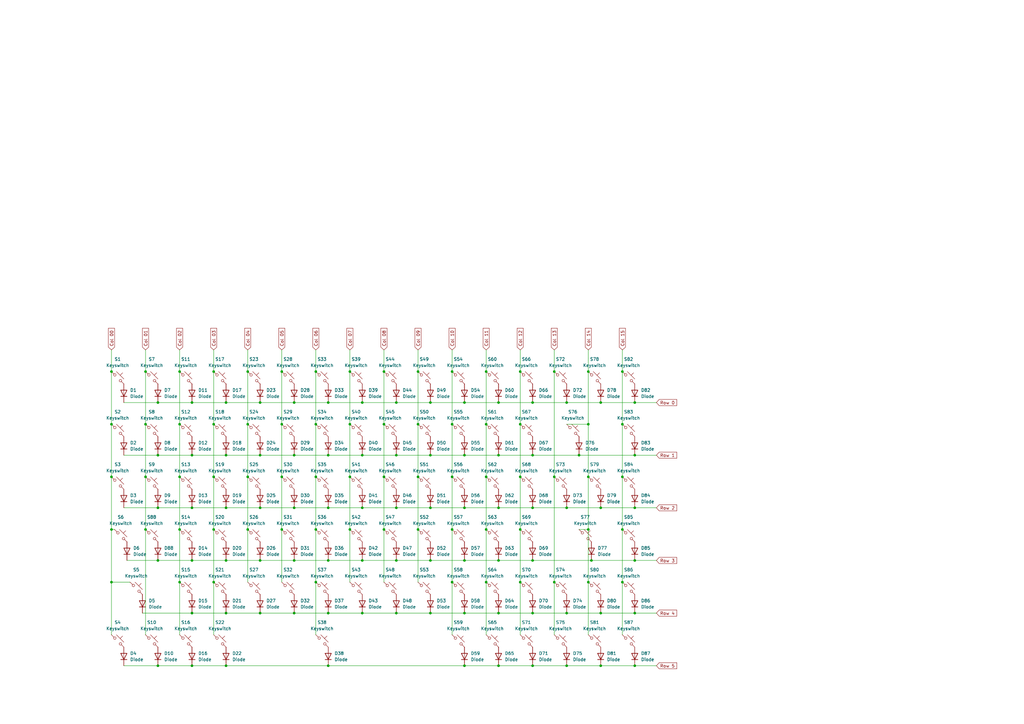
<source format=kicad_sch>
(kicad_sch (version 20231120) (generator "eeschema") (generator_version "8.0")
  (paper "A3")
  (junction (at 241.3 152.4))
  (junction (at 232.41 208.28))
  (junction (at 246.38 208.28))
  (junction (at 129.54 173.99))
  (junction (at 64.77 186.69))
  (junction (at 237.49 186.69))
  (junction (at 213.36 238.76))
  (junction (at 260.35 251.46))
  (junction (at 73.66 173.99))
  (junction (at 162.56 251.46))
  (junction (at 148.59 229.87))
  (junction (at 106.68 251.46))
  (junction (at 241.3 217.17))
  (junction (at 73.66 195.58))
  (junction (at 185.42 217.17))
  (junction (at 218.44 165.1))
  (junction (at 232.41 273.05))
  (junction (at 78.74 186.69))
  (junction (at 190.5 208.28))
  (junction (at 59.69 173.99))
  (junction (at 101.6 217.17))
  (junction (at 115.57 217.17))
  (junction (at 246.38 273.05))
  (junction (at 78.74 208.28))
  (junction (at 78.74 165.1))
  (junction (at 213.36 173.99))
  (junction (at 143.51 195.58))
  (junction (at 157.48 173.99))
  (junction (at 162.56 208.28))
  (junction (at 148.59 165.1))
  (junction (at 227.33 152.4))
  (junction (at 45.72 217.17))
  (junction (at 246.38 165.1))
  (junction (at 148.59 186.69))
  (junction (at 134.62 186.69))
  (junction (at 120.65 208.28))
  (junction (at 101.6 195.58))
  (junction (at 260.35 208.28))
  (junction (at 45.72 238.76))
  (junction (at 134.62 251.46))
  (junction (at 185.42 195.58))
  (junction (at 190.5 229.87))
  (junction (at 213.36 152.4))
  (junction (at 260.35 165.1))
  (junction (at 92.71 186.69))
  (junction (at 148.59 208.28))
  (junction (at 241.3 195.58))
  (junction (at 87.63 217.17))
  (junction (at 134.62 165.1))
  (junction (at 129.54 152.4))
  (junction (at 241.3 173.99))
  (junction (at 45.72 195.58))
  (junction (at 171.45 217.17))
  (junction (at 64.77 229.87))
  (junction (at 255.27 217.17))
  (junction (at 190.5 273.05))
  (junction (at 87.63 173.99))
  (junction (at 171.45 173.99))
  (junction (at 73.66 238.76))
  (junction (at 92.71 208.28))
  (junction (at 204.47 186.69))
  (junction (at 143.51 173.99))
  (junction (at 143.51 152.4))
  (junction (at 185.42 152.4))
  (junction (at 162.56 229.87))
  (junction (at 157.48 217.17))
  (junction (at 106.68 186.69))
  (junction (at 218.44 251.46))
  (junction (at 227.33 238.76))
  (junction (at 213.36 195.58))
  (junction (at 218.44 186.69))
  (junction (at 106.68 208.28))
  (junction (at 190.5 251.46))
  (junction (at 148.59 251.46))
  (junction (at 115.57 173.99))
  (junction (at 115.57 195.58))
  (junction (at 242.57 229.87))
  (junction (at 255.27 173.99))
  (junction (at 106.68 165.1))
  (junction (at 162.56 165.1))
  (junction (at 45.72 173.99))
  (junction (at 199.39 217.17))
  (junction (at 162.56 186.69))
  (junction (at 73.66 152.4))
  (junction (at 134.62 273.05))
  (junction (at 106.68 229.87))
  (junction (at 78.74 251.46))
  (junction (at 232.41 165.1))
  (junction (at 218.44 229.87))
  (junction (at 134.62 208.28))
  (junction (at 134.62 229.87))
  (junction (at 92.71 165.1))
  (junction (at 129.54 195.58))
  (junction (at 171.45 195.58))
  (junction (at 101.6 152.4))
  (junction (at 115.57 152.4))
  (junction (at 45.72 152.4))
  (junction (at 176.53 208.28))
  (junction (at 59.69 152.4))
  (junction (at 120.65 165.1))
  (junction (at 204.47 251.46))
  (junction (at 218.44 208.28))
  (junction (at 92.71 251.46))
  (junction (at 78.74 229.87))
  (junction (at 87.63 195.58))
  (junction (at 92.71 229.87))
  (junction (at 204.47 273.05))
  (junction (at 176.53 251.46))
  (junction (at 185.42 173.99))
  (junction (at 199.39 238.76))
  (junction (at 199.39 173.99))
  (junction (at 204.47 229.87))
  (junction (at 129.54 238.76))
  (junction (at 260.35 229.87))
  (junction (at 157.48 195.58))
  (junction (at 199.39 195.58))
  (junction (at 190.5 186.69))
  (junction (at 143.51 217.17))
  (junction (at 78.74 273.05))
  (junction (at 204.47 165.1))
  (junction (at 87.63 152.4))
  (junction (at 176.53 229.87))
  (junction (at 190.5 165.1))
  (junction (at 255.27 195.58))
  (junction (at 87.63 238.76))
  (junction (at 64.77 273.05))
  (junction (at 246.38 251.46))
  (junction (at 73.66 217.17))
  (junction (at 255.27 152.4))
  (junction (at 199.39 152.4))
  (junction (at 59.69 195.58))
  (junction (at 241.3 238.76))
  (junction (at 204.47 208.28))
  (junction (at 120.65 251.46))
  (junction (at 171.45 152.4))
  (junction (at 92.71 273.05))
  (junction (at 227.33 195.58))
  (junction (at 255.27 238.76))
  (junction (at 64.77 165.1))
  (junction (at 157.48 152.4))
  (junction (at 176.53 186.69))
  (junction (at 120.65 186.69))
  (junction (at 232.41 251.46))
  (junction (at 129.54 217.17))
  (junction (at 185.42 238.76))
  (junction (at 176.53 165.1))
  (junction (at 260.35 273.05))
  (junction (at 64.77 208.28))
  (junction (at 260.35 186.69))
  (junction (at 120.65 229.87))
  (junction (at 101.6 173.99))
  (junction (at 59.69 217.17))
  (junction (at 218.44 273.05))
  (junction (at 213.36 217.17))
  (wire (pts (xy 204.47 251.46) (xy 218.44 251.46)))
  (wire (pts (xy 45.72 238.76) (xy 45.72 260.35)))
  (wire (pts (xy 106.68 208.28) (xy 120.65 208.28)))
  (wire (pts (xy 255.27 238.76) (xy 255.27 260.35)))
  (wire (pts (xy 241.3 143.51) (xy 241.3 152.4)))
  (wire (pts (xy 92.71 208.28) (xy 106.68 208.28)))
  (wire (pts (xy 171.45 195.58) (xy 171.45 217.17)))
  (wire (pts (xy 120.65 251.46) (xy 134.62 251.46)))
  (wire (pts (xy 218.44 229.87) (xy 242.57 229.87)))
  (wire (pts (xy 148.59 165.1) (xy 162.56 165.1)))
  (wire (pts (xy 204.47 273.05) (xy 218.44 273.05)))
  (wire (pts (xy 246.38 208.28) (xy 260.35 208.28)))
  (wire (pts (xy 157.48 195.58) (xy 157.48 217.17)))
  (wire (pts (xy 190.5 229.87) (xy 204.47 229.87)))
  (wire (pts (xy 148.59 208.28) (xy 162.56 208.28)))
  (wire (pts (xy 73.66 238.76) (xy 73.66 260.35)))
  (wire (pts (xy 218.44 273.05) (xy 232.41 273.05)))
  (wire (pts (xy 227.33 143.51) (xy 227.33 152.4)))
  (wire (pts (xy 52.07 229.87) (xy 64.77 229.87)))
  (wire (pts (xy 59.69 152.4) (xy 59.69 173.99)))
  (wire (pts (xy 199.39 173.99) (xy 199.39 195.58)))
  (wire (pts (xy 162.56 251.46) (xy 176.53 251.46)))
  (wire (pts (xy 232.41 273.05) (xy 246.38 273.05)))
  (wire (pts (xy 92.71 165.1) (xy 106.68 165.1)))
  (wire (pts (xy 73.66 152.4) (xy 73.66 173.99)))
  (wire (pts (xy 115.57 195.58) (xy 115.57 217.17)))
  (wire (pts (xy 260.35 186.69) (xy 269.24 186.69)))
  (wire (pts (xy 134.62 229.87) (xy 148.59 229.87)))
  (wire (pts (xy 134.62 208.28) (xy 148.59 208.28)))
  (wire (pts (xy 115.57 143.51) (xy 115.57 152.4)))
  (wire (pts (xy 101.6 217.17) (xy 101.6 238.76)))
  (wire (pts (xy 213.36 238.76) (xy 213.36 260.35)))
  (wire (pts (xy 190.5 208.28) (xy 204.47 208.28)))
  (wire (pts (xy 204.47 186.69) (xy 218.44 186.69)))
  (wire (pts (xy 241.3 152.4) (xy 241.3 173.99)))
  (wire (pts (xy 218.44 251.46) (xy 232.41 251.46)))
  (wire (pts (xy 171.45 143.51) (xy 171.45 152.4)))
  (wire (pts (xy 129.54 152.4) (xy 129.54 173.99)))
  (wire (pts (xy 50.8 165.1) (xy 64.77 165.1)))
  (wire (pts (xy 162.56 165.1) (xy 176.53 165.1)))
  (wire (pts (xy 59.69 173.99) (xy 59.69 195.58)))
  (wire (pts (xy 185.42 173.99) (xy 185.42 195.58)))
  (wire (pts (xy 157.48 217.17) (xy 157.48 238.76)))
  (wire (pts (xy 64.77 273.05) (xy 78.74 273.05)))
  (wire (pts (xy 101.6 173.99) (xy 101.6 195.58)))
  (wire (pts (xy 64.77 229.87) (xy 78.74 229.87)))
  (wire (pts (xy 120.65 186.69) (xy 134.62 186.69)))
  (wire (pts (xy 106.68 229.87) (xy 120.65 229.87)))
  (wire (pts (xy 176.53 186.69) (xy 190.5 186.69)))
  (wire (pts (xy 73.66 173.99) (xy 73.66 195.58)))
  (wire (pts (xy 218.44 208.28) (xy 232.41 208.28)))
  (wire (pts (xy 255.27 195.58) (xy 255.27 217.17)))
  (wire (pts (xy 87.63 173.99) (xy 87.63 195.58)))
  (wire (pts (xy 148.59 229.87) (xy 162.56 229.87)))
  (wire (pts (xy 157.48 173.99) (xy 157.48 195.58)))
  (wire (pts (xy 171.45 152.4) (xy 171.45 173.99)))
  (wire (pts (xy 148.59 251.46) (xy 162.56 251.46)))
  (wire (pts (xy 64.77 186.69) (xy 78.74 186.69)))
  (wire (pts (xy 73.66 143.51) (xy 73.66 152.4)))
  (wire (pts (xy 246.38 251.46) (xy 260.35 251.46)))
  (wire (pts (xy 143.51 195.58) (xy 143.51 217.17)))
  (wire (pts (xy 50.8 186.69) (xy 64.77 186.69)))
  (wire (pts (xy 45.72 217.17) (xy 45.72 238.76)))
  (wire (pts (xy 171.45 217.17) (xy 171.45 238.76)))
  (wire (pts (xy 120.65 208.28) (xy 134.62 208.28)))
  (wire (pts (xy 213.36 143.51) (xy 213.36 152.4)))
  (wire (pts (xy 120.65 165.1) (xy 134.62 165.1)))
  (wire (pts (xy 190.5 186.69) (xy 204.47 186.69)))
  (wire (pts (xy 213.36 152.4) (xy 213.36 173.99)))
  (wire (pts (xy 92.71 251.46) (xy 106.68 251.46)))
  (wire (pts (xy 213.36 195.58) (xy 213.36 217.17)))
  (wire (pts (xy 199.39 143.51) (xy 199.39 152.4)))
  (wire (pts (xy 241.3 173.99) (xy 241.3 195.58)))
  (wire (pts (xy 134.62 251.46) (xy 148.59 251.46)))
  (wire (pts (xy 157.48 143.51) (xy 157.48 152.4)))
  (wire (pts (xy 199.39 195.58) (xy 199.39 217.17)))
  (wire (pts (xy 45.72 143.51) (xy 45.72 152.4)))
  (wire (pts (xy 45.72 173.99) (xy 45.72 195.58)))
  (wire (pts (xy 92.71 273.05) (xy 134.62 273.05)))
  (wire (pts (xy 227.33 195.58) (xy 227.33 238.76)))
  (wire (pts (xy 185.42 217.17) (xy 185.42 238.76)))
  (wire (pts (xy 260.35 229.87) (xy 269.24 229.87)))
  (wire (pts (xy 246.38 165.1) (xy 260.35 165.1)))
  (wire (pts (xy 101.6 195.58) (xy 101.6 217.17)))
  (wire (pts (xy 106.68 186.69) (xy 120.65 186.69)))
  (wire (pts (xy 157.48 152.4) (xy 157.48 173.99)))
  (wire (pts (xy 232.41 173.99) (xy 241.3 173.99)))
  (wire (pts (xy 176.53 208.28) (xy 190.5 208.28)))
  (wire (pts (xy 115.57 152.4) (xy 115.57 173.99)))
  (wire (pts (xy 115.57 217.17) (xy 115.57 238.76)))
  (wire (pts (xy 185.42 152.4) (xy 185.42 173.99)))
  (wire (pts (xy 204.47 208.28) (xy 218.44 208.28)))
  (wire (pts (xy 101.6 143.51) (xy 101.6 152.4)))
  (wire (pts (xy 143.51 143.51) (xy 143.51 152.4)))
  (wire (pts (xy 134.62 273.05) (xy 190.5 273.05)))
  (wire (pts (xy 199.39 152.4) (xy 199.39 173.99)))
  (wire (pts (xy 129.54 143.51) (xy 129.54 152.4)))
  (wire (pts (xy 73.66 217.17) (xy 73.66 238.76)))
  (wire (pts (xy 255.27 217.17) (xy 255.27 238.76)))
  (wire (pts (xy 199.39 238.76) (xy 199.39 260.35)))
  (wire (pts (xy 213.36 217.17) (xy 213.36 238.76)))
  (wire (pts (xy 78.74 186.69) (xy 92.71 186.69)))
  (wire (pts (xy 232.41 251.46) (xy 246.38 251.46)))
  (wire (pts (xy 176.53 165.1) (xy 190.5 165.1)))
  (wire (pts (xy 87.63 143.51) (xy 87.63 152.4)))
  (wire (pts (xy 232.41 165.1) (xy 246.38 165.1)))
  (wire (pts (xy 50.8 208.28) (xy 64.77 208.28)))
  (wire (pts (xy 58.42 251.46) (xy 78.74 251.46)))
  (wire (pts (xy 255.27 143.51) (xy 255.27 152.4)))
  (wire (pts (xy 78.74 273.05) (xy 92.71 273.05)))
  (wire (pts (xy 269.24 251.46) (xy 260.35 251.46)))
  (wire (pts (xy 237.49 217.17) (xy 241.3 217.17)))
  (wire (pts (xy 87.63 217.17) (xy 87.63 238.76)))
  (wire (pts (xy 143.51 173.99) (xy 143.51 195.58)))
  (wire (pts (xy 204.47 165.1) (xy 218.44 165.1)))
  (wire (pts (xy 143.51 152.4) (xy 143.51 173.99)))
  (wire (pts (xy 106.68 251.46) (xy 120.65 251.46)))
  (wire (pts (xy 143.51 217.17) (xy 143.51 238.76)))
  (wire (pts (xy 218.44 165.1) (xy 232.41 165.1)))
  (wire (pts (xy 199.39 217.17) (xy 199.39 238.76)))
  (wire (pts (xy 190.5 165.1) (xy 204.47 165.1)))
  (wire (pts (xy 64.77 208.28) (xy 78.74 208.28)))
  (wire (pts (xy 241.3 217.17) (xy 241.3 238.76)))
  (wire (pts (xy 129.54 195.58) (xy 129.54 217.17)))
  (wire (pts (xy 101.6 152.4) (xy 101.6 173.99)))
  (wire (pts (xy 129.54 238.76) (xy 129.54 260.35)))
  (wire (pts (xy 129.54 173.99) (xy 129.54 195.58)))
  (wire (pts (xy 269.24 208.28) (xy 260.35 208.28)))
  (wire (pts (xy 190.5 273.05) (xy 204.47 273.05)))
  (wire (pts (xy 59.69 143.51) (xy 59.69 152.4)))
  (wire (pts (xy 241.3 195.58) (xy 241.3 217.17)))
  (wire (pts (xy 213.36 173.99) (xy 213.36 195.58)))
  (wire (pts (xy 148.59 186.69) (xy 162.56 186.69)))
  (wire (pts (xy 59.69 217.17) (xy 59.69 260.35)))
  (wire (pts (xy 134.62 165.1) (xy 148.59 165.1)))
  (wire (pts (xy 204.47 229.87) (xy 218.44 229.87)))
  (wire (pts (xy 185.42 238.76) (xy 185.42 260.35)))
  (wire (pts (xy 106.68 165.1) (xy 120.65 165.1)))
  (wire (pts (xy 59.69 195.58) (xy 59.69 217.17)))
  (wire (pts (xy 232.41 208.28) (xy 246.38 208.28)))
  (wire (pts (xy 87.63 238.76) (xy 87.63 260.35)))
  (wire (pts (xy 87.63 195.58) (xy 87.63 217.17)))
  (wire (pts (xy 171.45 173.99) (xy 171.45 195.58)))
  (wire (pts (xy 87.63 152.4) (xy 87.63 173.99)))
  (wire (pts (xy 246.38 273.05) (xy 260.35 273.05)))
  (wire (pts (xy 218.44 186.69) (xy 237.49 186.69)))
  (wire (pts (xy 120.65 229.87) (xy 134.62 229.87)))
  (wire (pts (xy 162.56 229.87) (xy 176.53 229.87)))
  (wire (pts (xy 241.3 238.76) (xy 241.3 260.35)))
  (wire (pts (xy 92.71 186.69) (xy 106.68 186.69)))
  (wire (pts (xy 50.8 273.05) (xy 64.77 273.05)))
  (wire (pts (xy 92.71 229.87) (xy 106.68 229.87)))
  (wire (pts (xy 176.53 251.46) (xy 190.5 251.46)))
  (wire (pts (xy 269.24 165.1) (xy 260.35 165.1)))
  (wire (pts (xy 162.56 208.28) (xy 176.53 208.28)))
  (wire (pts (xy 237.49 186.69) (xy 260.35 186.69)))
  (wire (pts (xy 115.57 173.99) (xy 115.57 195.58)))
  (wire (pts (xy 255.27 152.4) (xy 255.27 173.99)))
  (wire (pts (xy 185.42 195.58) (xy 185.42 217.17)))
  (wire (pts (xy 227.33 238.76) (xy 227.33 260.35)))
  (wire (pts (xy 45.72 238.76) (xy 53.34 238.76)))
  (wire (pts (xy 45.72 195.58) (xy 45.72 217.17)))
  (wire (pts (xy 227.33 152.4) (xy 227.33 195.58)))
  (wire (pts (xy 255.27 173.99) (xy 255.27 195.58)))
  (wire (pts (xy 73.66 195.58) (xy 73.66 217.17)))
  (wire (pts (xy 129.54 217.17) (xy 129.54 238.76)))
  (wire (pts (xy 162.56 186.69) (xy 176.53 186.69)))
  (wire (pts (xy 45.72 152.4) (xy 45.72 173.99)))
  (wire (pts (xy 176.53 229.87) (xy 190.5 229.87)))
  (wire (pts (xy 134.62 186.69) (xy 148.59 186.69)))
  (wire (pts (xy 45.72 217.17) (xy 46.99 217.17)))
  (wire (pts (xy 64.77 165.1) (xy 78.74 165.1)))
  (wire (pts (xy 78.74 251.46) (xy 92.71 251.46)))
  (wire (pts (xy 185.42 143.51) (xy 185.42 152.4)))
  (wire (pts (xy 78.74 208.28) (xy 92.71 208.28)))
  (wire (pts (xy 78.74 229.87) (xy 92.71 229.87)))
  (wire (pts (xy 242.57 229.87) (xy 260.35 229.87)))
  (wire (pts (xy 190.5 251.46) (xy 204.47 251.46)))
  (wire (pts (xy 260.35 273.05) (xy 269.24 273.05)))
  (wire (pts (xy 78.74 165.1) (xy 92.71 165.1)))
  (global_label "Row 4" (shape input) (at 269.24 251.46 0) (property "Intersheetrefs" "${INTERSHEET_REFS}" (effects (hide yes))))
  (global_label "Col 14" (shape input) (at 241.3 143.51 90) (property "Intersheetrefs" "${INTERSHEET_REFS}" (effects (hide yes))))
  (global_label "Col 10" (shape input) (at 185.42 143.51 90) (property "Intersheetrefs" "${INTERSHEET_REFS}" (effects (hide yes))))
  (global_label "Row 5" (shape input) (at 269.24 273.05 0) (property "Intersheetrefs" "${INTERSHEET_REFS}" (effects (hide yes))))
  (global_label "Col 02" (shape input) (at 73.66 143.51 90) (property "Intersheetrefs" "${INTERSHEET_REFS}" (effects (hide yes))))
  (global_label "Row 3" (shape input) (at 269.24 229.87 0) (property "Intersheetrefs" "${INTERSHEET_REFS}" (effects (hide yes))))
  (global_label "Col 00" (shape input) (at 45.72 143.51 90) (property "Intersheetrefs" "${INTERSHEET_REFS}" (effects (hide yes))))
  (global_label "Row 1" (shape input) (at 269.24 186.69 0) (property "Intersheetrefs" "${INTERSHEET_REFS}" (effects (hide yes))))
  (global_label "Col 03" (shape input) (at 87.63 143.51 90) (property "Intersheetrefs" "${INTERSHEET_REFS}" (effects (hide yes))))
  (global_label "Row 0" (shape input) (at 269.24 165.1 0) (property "Intersheetrefs" "${INTERSHEET_REFS}" (effects (hide yes))))
  (global_label "Col 01" (shape input) (at 59.69 143.51 90) (property "Intersheetrefs" "${INTERSHEET_REFS}" (effects (hide yes))))
  (global_label "Col 13" (shape input) (at 227.33 143.51 90) (property "Intersheetrefs" "${INTERSHEET_REFS}" (effects (hide yes))))
  (global_label "Col 15" (shape input) (at 255.27 143.51 90) (property "Intersheetrefs" "${INTERSHEET_REFS}" (effects (hide yes))))
  (global_label "Col 11" (shape input) (at 199.39 143.51 90) (property "Intersheetrefs" "${INTERSHEET_REFS}" (effects (hide yes))))
  (global_label "Row 2" (shape input) (at 269.24 208.28 0) (property "Intersheetrefs" "${INTERSHEET_REFS}" (effects (hide yes))))
  (global_label "Col 04" (shape input) (at 101.6 143.51 90) (property "Intersheetrefs" "${INTERSHEET_REFS}" (effects (hide yes))))
  (global_label "Col 05" (shape input) (at 115.57 143.51 90) (property "Intersheetrefs" "${INTERSHEET_REFS}" (effects (hide yes))))
  (global_label "Col 07" (shape input) (at 143.51 143.51 90) (property "Intersheetrefs" "${INTERSHEET_REFS}" (effects (hide yes))))
  (global_label "Col 09" (shape input) (at 171.45 143.51 90) (property "Intersheetrefs" "${INTERSHEET_REFS}" (effects (hide yes))))
  (global_label "Col 08" (shape input) (at 157.48 143.51 90) (property "Intersheetrefs" "${INTERSHEET_REFS}" (effects (hide yes))))
  (global_label "Col 12" (shape input) (at 213.36 143.51 90) (property "Intersheetrefs" "${INTERSHEET_REFS}" (effects (hide yes))))
  (global_label "Col 06" (shape input) (at 129.54 143.51 90) (property "Intersheetrefs" "${INTERSHEET_REFS}" (effects (hide yes))))
  (symbol (lib_id "ScottoKeebs:Placeholder_Keyswitch") (at 187.96 262.89 0) (unit 1)
    (property "Reference" "S59" (at 187.96 255.27 0))
    (property "Value" "Keyswitch" (at 187.96 257.81 0))
    (property "Footprint" "ScottoKeebs_MX:MX_PCB_1.00u" (effects (hide yes)))
    (property "Description" "Push button switch, normally open, two pins, 45° tilted" (effects (hide yes)))
  )
  (symbol (lib_id "ScottoKeebs:Placeholder_Keyswitch") (at 215.9 241.3 0) (unit 1)
    (property "Reference" "S70" (at 215.9 233.68 0))
    (property "Value" "Keyswitch" (at 215.9 236.22 0))
    (property "Footprint" "ScottoKeebs_MX:MX_PCB_1.00u" (effects (hide yes)))
    (property "Description" "Push button switch, normally open, two pins, 45° tilted" (effects (hide yes)))
  )
  (symbol (lib_id "ScottoKeebs:Placeholder_Diode") (at 260.35 161.29 90) (unit 1)
    (property "Reference" "D82" (at 262.89 160.0199 90) (effects (justify right)))
    (property "Value" "Diode" (at 262.89 162.5599 90) (effects (justify right)))
    (property "Footprint" "ScottoKeebs_Components:Diode_DO-35" (effects (hide yes)))
    (property "Description" "1N4148 (DO-35) or 1N4148W (SOD-123)" (effects (hide yes)))
    (property "Sim.Device" "D" (effects (hide yes)))
    (property "Sim.Pins" "1=K 2=A" (effects (hide yes)))
  )
  (symbol (lib_id "ScottoKeebs:Placeholder_Keyswitch") (at 76.2 219.71 0) (unit 1)
    (property "Reference" "S14" (at 76.2 212.09 0))
    (property "Value" "Keyswitch" (at 76.2 214.63 0))
    (property "Footprint" "ScottoKeebs_MX:MX_PCB_1.00u" (effects (hide yes)))
    (property "Description" "Push button switch, normally open, two pins, 45° tilted" (effects (hide yes)))
  )
  (symbol (lib_id "ScottoKeebs:Placeholder_Keyswitch") (at 48.26 262.89 0) (unit 1)
    (property "Reference" "S4" (at 48.26 255.27 0))
    (property "Value" "Keyswitch" (at 48.26 257.81 0))
    (property "Footprint" "ScottoKeebs_MX:MX_PCB_1.00u" (effects (hide yes)))
    (property "Description" "Push button switch, normally open, two pins, 45° tilted" (effects (hide yes)))
  )
  (symbol (lib_id "ScottoKeebs:Placeholder_Diode") (at 162.56 182.88 90) (unit 1)
    (property "Reference" "D45" (at 165.1 181.6099 90) (effects (justify right)))
    (property "Value" "Diode" (at 165.1 184.1499 90) (effects (justify right)))
    (property "Footprint" "ScottoKeebs_Components:Diode_DO-35" (effects (hide yes)))
    (property "Description" "1N4148 (DO-35) or 1N4148W (SOD-123)" (effects (hide yes)))
    (property "Sim.Device" "D" (effects (hide yes)))
    (property "Sim.Pins" "1=K 2=A" (effects (hide yes)))
  )
  (symbol (lib_id "ScottoKeebs:Placeholder_Keyswitch") (at 201.93 176.53 0) (unit 1)
    (property "Reference" "S61" (at 201.93 168.91 0))
    (property "Value" "Keyswitch" (at 201.93 171.45 0))
    (property "Footprint" "ScottoKeebs_MX:MX_PCB_1.00u" (effects (hide yes)))
    (property "Description" "Push button switch, normally open, two pins, 45° tilted" (effects (hide yes)))
  )
  (symbol (lib_id "ScottoKeebs:Placeholder_Keyswitch") (at 62.23 176.53 0) (unit 1)
    (property "Reference" "S8" (at 62.23 168.91 0))
    (property "Value" "Keyswitch" (at 62.23 171.45 0))
    (property "Footprint" "ScottoKeebs_MX:MX_PCB_1.00u" (effects (hide yes)))
    (property "Description" "Push button switch, normally open, two pins, 45° tilted" (effects (hide yes)))
  )
  (symbol (lib_id "ScottoKeebs:Placeholder_Keyswitch") (at 160.02 198.12 0) (unit 1)
    (property "Reference" "S46" (at 160.02 190.5 0))
    (property "Value" "Keyswitch" (at 160.02 193.04 0))
    (property "Footprint" "ScottoKeebs_MX:MX_PCB_1.00u" (effects (hide yes)))
    (property "Description" "Push button switch, normally open, two pins, 45° tilted" (effects (hide yes)))
  )
  (symbol (lib_id "ScottoKeebs:Placeholder_Keyswitch") (at 104.14 241.3 0) (unit 1)
    (property "Reference" "S27" (at 104.14 233.68 0))
    (property "Value" "Keyswitch" (at 104.14 236.22 0))
    (property "Footprint" "ScottoKeebs_MX:MX_PCB_1.00u" (effects (hide yes)))
    (property "Description" "Push button switch, normally open, two pins, 45° tilted" (effects (hide yes)))
  )
  (symbol (lib_id "ScottoKeebs:Placeholder_Keyswitch") (at 257.81 176.53 0) (unit 1)
    (property "Reference" "S83" (at 257.81 168.91 0))
    (property "Value" "Keyswitch" (at 257.81 171.45 0))
    (property "Footprint" "ScottoKeebs_MX:MX_PCB_1.00u" (effects (hide yes)))
    (property "Description" "Push button switch, normally open, two pins, 45° tilted" (effects (hide yes)))
  )
  (symbol (lib_id "ScottoKeebs:Placeholder_Diode") (at 50.8 204.47 90) (unit 1)
    (property "Reference" "D3" (at 53.34 203.1999 90) (effects (justify right)))
    (property "Value" "Diode" (at 53.34 205.7399 90) (effects (justify right)))
    (property "Footprint" "ScottoKeebs_Components:Diode_DO-35" (effects (hide yes)))
    (property "Description" "1N4148 (DO-35) or 1N4148W (SOD-123)" (effects (hide yes)))
    (property "Sim.Device" "D" (effects (hide yes)))
    (property "Sim.Pins" "1=K 2=A" (effects (hide yes)))
  )
  (symbol (lib_id "ScottoKeebs:Placeholder_Diode") (at 120.65 161.29 90) (unit 1)
    (property "Reference" "D28" (at 123.19 160.0199 90) (effects (justify right)))
    (property "Value" "Diode" (at 123.19 162.5599 90) (effects (justify right)))
    (property "Footprint" "ScottoKeebs_Components:Diode_DO-35" (effects (hide yes)))
    (property "Description" "1N4148 (DO-35) or 1N4148W (SOD-123)" (effects (hide yes)))
    (property "Sim.Device" "D" (effects (hide yes)))
    (property "Sim.Pins" "1=K 2=A" (effects (hide yes)))
  )
  (symbol (lib_id "ScottoKeebs:Placeholder_Diode") (at 148.59 247.65 90) (unit 1)
    (property "Reference" "D43" (at 151.13 246.3799 90) (effects (justify right)))
    (property "Value" "Diode" (at 151.13 248.9199 90) (effects (justify right)))
    (property "Footprint" "ScottoKeebs_Components:Diode_DO-35" (effects (hide yes)))
    (property "Description" "1N4148 (DO-35) or 1N4148W (SOD-123)" (effects (hide yes)))
    (property "Sim.Device" "D" (effects (hide yes)))
    (property "Sim.Pins" "1=K 2=A" (effects (hide yes)))
  )
  (symbol (lib_id "ScottoKeebs:Placeholder_Keyswitch") (at 257.81 198.12 0) (unit 1)
    (property "Reference" "S84" (at 257.81 190.5 0))
    (property "Value" "Keyswitch" (at 257.81 193.04 0))
    (property "Footprint" "ScottoKeebs_MX:MX_PCB_1.00u" (effects (hide yes)))
    (property "Description" "Push button switch, normally open, two pins, 45° tilted" (effects (hide yes)))
  )
  (symbol (lib_id "ScottoKeebs:Placeholder_Keyswitch") (at 146.05 176.53 0) (unit 1)
    (property "Reference" "S40" (at 146.05 168.91 0))
    (property "Value" "Keyswitch" (at 146.05 171.45 0))
    (property "Footprint" "ScottoKeebs_MX:MX_PCB_1.00u" (effects (hide yes)))
    (property "Description" "Push button switch, normally open, two pins, 45° tilted" (effects (hide yes)))
  )
  (symbol (lib_id "ScottoKeebs:Placeholder_Diode") (at 92.71 204.47 90) (unit 1)
    (property "Reference" "D19" (at 95.25 203.1999 90) (effects (justify right)))
    (property "Value" "Diode" (at 95.25 205.7399 90) (effects (justify right)))
    (property "Footprint" "ScottoKeebs_Components:Diode_DO-35" (effects (hide yes)))
    (property "Description" "1N4148 (DO-35) or 1N4148W (SOD-123)" (effects (hide yes)))
    (property "Sim.Device" "D" (effects (hide yes)))
    (property "Sim.Pins" "1=K 2=A" (effects (hide yes)))
  )
  (symbol (lib_id "ScottoKeebs:Placeholder_Keyswitch") (at 243.84 262.89 0) (unit 1)
    (property "Reference" "S81" (at 243.84 255.27 0))
    (property "Value" "Keyswitch" (at 243.84 257.81 0))
    (property "Footprint" "ScottoKeebs_MX:MX_PCB_1.00u" (effects (hide yes)))
    (property "Description" "Push button switch, normally open, two pins, 45° tilted" (effects (hide yes)))
  )
  (symbol (lib_id "ScottoKeebs:Placeholder_Diode") (at 148.59 226.06 90) (unit 1)
    (property "Reference" "D42" (at 151.13 224.7899 90) (effects (justify right)))
    (property "Value" "Diode" (at 151.13 227.3299 90) (effects (justify right)))
    (property "Footprint" "ScottoKeebs_Components:Diode_DO-35" (effects (hide yes)))
    (property "Description" "1N4148 (DO-35) or 1N4148W (SOD-123)" (effects (hide yes)))
    (property "Sim.Device" "D" (effects (hide yes)))
    (property "Sim.Pins" "1=K 2=A" (effects (hide yes)))
  )
  (symbol (lib_id "ScottoKeebs:Placeholder_Keyswitch") (at 90.17 219.71 0) (unit 1)
    (property "Reference" "S20" (at 90.17 212.09 0))
    (property "Value" "Keyswitch" (at 90.17 214.63 0))
    (property "Footprint" "ScottoKeebs_MX:MX_PCB_1.00u" (effects (hide yes)))
    (property "Description" "Push button switch, normally open, two pins, 45° tilted" (effects (hide yes)))
  )
  (symbol (lib_id "ScottoKeebs:Placeholder_Keyswitch") (at 187.96 154.94 0) (unit 1)
    (property "Reference" "S54" (at 187.96 147.32 0))
    (property "Value" "Keyswitch" (at 187.96 149.86 0))
    (property "Footprint" "ScottoKeebs_MX:MX_PCB_1.00u" (effects (hide yes)))
    (property "Description" "Push button switch, normally open, two pins, 45° tilted" (effects (hide yes)))
  )
  (symbol (lib_id "ScottoKeebs:Placeholder_Keyswitch") (at 104.14 198.12 0) (unit 1)
    (property "Reference" "S25" (at 104.14 190.5 0))
    (property "Value" "Keyswitch" (at 104.14 193.04 0))
    (property "Footprint" "ScottoKeebs_MX:MX_PCB_1.00u" (effects (hide yes)))
    (property "Description" "Push button switch, normally open, two pins, 45° tilted" (effects (hide yes)))
  )
  (symbol (lib_id "ScottoKeebs:Placeholder_Keyswitch") (at 48.26 198.12 0) (unit 1)
    (property "Reference" "S3" (at 48.26 190.5 0))
    (property "Value" "Keyswitch" (at 48.26 193.04 0))
    (property "Footprint" "ScottoKeebs_MX:MX_PCB_1.00u" (effects (hide yes)))
    (property "Description" "Push button switch, normally open, two pins, 45° tilted" (effects (hide yes)))
  )
  (symbol (lib_id "ScottoKeebs:Placeholder_Keyswitch") (at 132.08 219.71 0) (unit 1)
    (property "Reference" "S36" (at 132.08 212.09 0))
    (property "Value" "Keyswitch" (at 132.08 214.63 0))
    (property "Footprint" "ScottoKeebs_MX:MX_PCB_1.00u" (effects (hide yes)))
    (property "Description" "Push button switch, normally open, two pins, 45° tilted" (effects (hide yes)))
  )
  (symbol (lib_id "ScottoKeebs:Placeholder_Diode") (at 190.5 204.47 90) (unit 1)
    (property "Reference" "D56" (at 193.04 203.1999 90) (effects (justify right)))
    (property "Value" "Diode" (at 193.04 205.7399 90) (effects (justify right)))
    (property "Footprint" "ScottoKeebs_Components:Diode_DO-35" (effects (hide yes)))
    (property "Description" "1N4148 (DO-35) or 1N4148W (SOD-123)" (effects (hide yes)))
    (property "Sim.Device" "D" (effects (hide yes)))
    (property "Sim.Pins" "1=K 2=A" (effects (hide yes)))
  )
  (symbol (lib_id "ScottoKeebs:Placeholder_Diode") (at 148.59 182.88 90) (unit 1)
    (property "Reference" "D40" (at 151.13 181.6099 90) (effects (justify right)))
    (property "Value" "Diode" (at 151.13 184.1499 90) (effects (justify right)))
    (property "Footprint" "ScottoKeebs_Components:Diode_DO-35" (effects (hide yes)))
    (property "Description" "1N4148 (DO-35) or 1N4148W (SOD-123)" (effects (hide yes)))
    (property "Sim.Device" "D" (effects (hide yes)))
    (property "Sim.Pins" "1=K 2=A" (effects (hide yes)))
  )
  (symbol (lib_id "ScottoKeebs:Placeholder_Keyswitch") (at 229.87 154.94 0) (unit 1)
    (property "Reference" "S72" (at 229.87 147.32 0))
    (property "Value" "Keyswitch" (at 229.87 149.86 0))
    (property "Footprint" "ScottoKeebs_MX:MX_PCB_1.00u" (effects (hide yes)))
    (property "Description" "Push button switch, normally open, two pins, 45° tilted" (effects (hide yes)))
  )
  (symbol (lib_id "ScottoKeebs:Placeholder_Keyswitch") (at 55.88 241.3 0) (unit 1)
    (property "Reference" "S5" (at 55.88 233.68 0))
    (property "Value" "Keyswitch" (at 55.88 236.22 0))
    (property "Footprint" "ScottoKeebs_MX:MX_PCB_1.00u" (effects (hide yes)))
    (property "Description" "Push button switch, normally open, two pins, 45° tilted" (effects (hide yes)))
  )
  (symbol (lib_id "ScottoKeebs:Placeholder_Diode") (at 232.41 247.65 90) (unit 1)
    (property "Reference" "D74" (at 234.95 246.3799 90) (effects (justify right)))
    (property "Value" "Diode" (at 234.95 248.9199 90) (effects (justify right)))
    (property "Footprint" "ScottoKeebs_Components:Diode_DO-35" (effects (hide yes)))
    (property "Description" "1N4148 (DO-35) or 1N4148W (SOD-123)" (effects (hide yes)))
    (property "Sim.Device" "D" (effects (hide yes)))
    (property "Sim.Pins" "1=K 2=A" (effects (hide yes)))
  )
  (symbol (lib_id "ScottoKeebs:Placeholder_Keyswitch") (at 90.17 198.12 0) (unit 1)
    (property "Reference" "S19" (at 90.17 190.5 0))
    (property "Value" "Keyswitch" (at 90.17 193.04 0))
    (property "Footprint" "ScottoKeebs_MX:MX_PCB_1.00u" (effects (hide yes)))
    (property "Description" "Push button switch, normally open, two pins, 45° tilted" (effects (hide yes)))
  )
  (symbol (lib_id "ScottoKeebs:Placeholder_Diode") (at 204.47 204.47 90) (unit 1)
    (property "Reference" "D62" (at 207.01 203.1999 90) (effects (justify right)))
    (property "Value" "Diode" (at 207.01 205.7399 90) (effects (justify right)))
    (property "Footprint" "ScottoKeebs_Components:Diode_DO-35" (effects (hide yes)))
    (property "Description" "1N4148 (DO-35) or 1N4148W (SOD-123)" (effects (hide yes)))
    (property "Sim.Device" "D" (effects (hide yes)))
    (property "Sim.Pins" "1=K 2=A" (effects (hide yes)))
  )
  (symbol (lib_id "ScottoKeebs:Placeholder_Keyswitch") (at 118.11 219.71 0) (unit 1)
    (property "Reference" "S31" (at 118.11 212.09 0))
    (property "Value" "Keyswitch" (at 118.11 214.63 0))
    (property "Footprint" "ScottoKeebs_MX:MX_PCB_1.00u" (effects (hide yes)))
    (property "Description" "Push button switch, normally open, two pins, 45° tilted" (effects (hide yes)))
  )
  (symbol (lib_id "ScottoKeebs:Placeholder_Diode") (at 260.35 226.06 90) (unit 1)
    (property "Reference" "D85" (at 262.89 224.7899 90) (effects (justify right)))
    (property "Value" "Diode" (at 262.89 227.3299 90) (effects (justify right)))
    (property "Footprint" "ScottoKeebs_Components:Diode_DO-35" (effects (hide yes)))
    (property "Description" "1N4148 (DO-35) or 1N4148W (SOD-123)" (effects (hide yes)))
    (property "Sim.Device" "D" (effects (hide yes)))
    (property "Sim.Pins" "1=K 2=A" (effects (hide yes)))
  )
  (symbol (lib_id "ScottoKeebs:Placeholder_Keyswitch") (at 160.02 176.53 0) (unit 1)
    (property "Reference" "S45" (at 160.02 168.91 0))
    (property "Value" "Keyswitch" (at 160.02 171.45 0))
    (property "Footprint" "ScottoKeebs_MX:MX_PCB_1.00u" (effects (hide yes)))
    (property "Description" "Push button switch, normally open, two pins, 45° tilted" (effects (hide yes)))
  )
  (symbol (lib_id "ScottoKeebs:Placeholder_Keyswitch") (at 76.2 154.94 0) (unit 1)
    (property "Reference" "S11" (at 76.2 147.32 0))
    (property "Value" "Keyswitch" (at 76.2 149.86 0))
    (property "Footprint" "ScottoKeebs_MX:MX_PCB_1.00u" (effects (hide yes)))
    (property "Description" "Push button switch, normally open, two pins, 45° tilted" (effects (hide yes)))
  )
  (symbol (lib_id "ScottoKeebs:Placeholder_Diode") (at 106.68 204.47 90) (unit 1)
    (property "Reference" "D25" (at 109.22 203.1999 90) (effects (justify right)))
    (property "Value" "Diode" (at 109.22 205.7399 90) (effects (justify right)))
    (property "Footprint" "ScottoKeebs_Components:Diode_DO-35" (effects (hide yes)))
    (property "Description" "1N4148 (DO-35) or 1N4148W (SOD-123)" (effects (hide yes)))
    (property "Sim.Device" "D" (effects (hide yes)))
    (property "Sim.Pins" "1=K 2=A" (effects (hide yes)))
  )
  (symbol (lib_id "ScottoKeebs:Placeholder_Diode") (at 78.74 226.06 90) (unit 1)
    (property "Reference" "D14" (at 81.28 224.7899 90) (effects (justify right)))
    (property "Value" "Diode" (at 81.28 227.3299 90) (effects (justify right)))
    (property "Footprint" "ScottoKeebs_Components:Diode_DO-35" (effects (hide yes)))
    (property "Description" "1N4148 (DO-35) or 1N4148W (SOD-123)" (effects (hide yes)))
    (property "Sim.Device" "D" (effects (hide yes)))
    (property "Sim.Pins" "1=K 2=A" (effects (hide yes)))
  )
  (symbol (lib_id "ScottoKeebs:Placeholder_Keyswitch") (at 76.2 176.53 0) (unit 1)
    (property "Reference" "S12" (at 76.2 168.91 0))
    (property "Value" "Keyswitch" (at 76.2 171.45 0))
    (property "Footprint" "ScottoKeebs_MX:MX_PCB_1.00u" (effects (hide yes)))
    (property "Description" "Push button switch, normally open, two pins, 45° tilted" (effects (hide yes)))
  )
  (symbol (lib_id "ScottoKeebs:Placeholder_Diode") (at 260.35 269.24 90) (unit 1)
    (property "Reference" "D87" (at 262.89 267.9699 90) (effects (justify right)))
    (property "Value" "Diode" (at 262.89 270.5099 90) (effects (justify right)))
    (property "Footprint" "ScottoKeebs_Components:Diode_DO-35" (effects (hide yes)))
    (property "Description" "1N4148 (DO-35) or 1N4148W (SOD-123)" (effects (hide yes)))
    (property "Sim.Device" "D" (effects (hide yes)))
    (property "Sim.Pins" "1=K 2=A" (effects (hide yes)))
  )
  (symbol (lib_id "ScottoKeebs:Placeholder_Diode") (at 134.62 182.88 90) (unit 1)
    (property "Reference" "D34" (at 137.16 181.6099 90) (effects (justify right)))
    (property "Value" "Diode" (at 137.16 184.1499 90) (effects (justify right)))
    (property "Footprint" "ScottoKeebs_Components:Diode_DO-35" (effects (hide yes)))
    (property "Description" "1N4148 (DO-35) or 1N4148W (SOD-123)" (effects (hide yes)))
    (property "Sim.Device" "D" (effects (hide yes)))
    (property "Sim.Pins" "1=K 2=A" (effects (hide yes)))
  )
  (symbol (lib_id "ScottoKeebs:Placeholder_Keyswitch") (at 257.81 241.3 0) (unit 1)
    (property "Reference" "S86" (at 257.81 233.68 0))
    (property "Value" "Keyswitch" (at 257.81 236.22 0))
    (property "Footprint" "ScottoKeebs_MX:MX_PCB_1.00u" (effects (hide yes)))
    (property "Description" "Push button switch, normally open, two pins, 45° tilted" (effects (hide yes)))
  )
  (symbol (lib_id "ScottoKeebs:Placeholder_Diode") (at 52.07 226.06 90) (unit 1)
    (property "Reference" "D6" (at 54.61 224.7899 90) (effects (justify right)))
    (property "Value" "Diode" (at 54.61 227.3299 90) (effects (justify right)))
    (property "Footprint" "ScottoKeebs_Components:Diode_DO-35" (effects (hide yes)))
    (property "Description" "1N4148 (DO-35) or 1N4148W (SOD-123)" (effects (hide yes)))
    (property "Sim.Device" "D" (effects (hide yes)))
    (property "Sim.Pins" "1=K 2=A" (effects (hide yes)))
  )
  (symbol (lib_id "ScottoKeebs:Placeholder_Diode") (at 232.41 161.29 90) (unit 1)
    (property "Reference" "D72" (at 234.95 160.0199 90) (effects (justify right)))
    (property "Value" "Diode" (at 234.95 162.5599 90) (effects (justify right)))
    (property "Footprint" "ScottoKeebs_Components:Diode_DO-35" (effects (hide yes)))
    (property "Description" "1N4148 (DO-35) or 1N4148W (SOD-123)" (effects (hide yes)))
    (property "Sim.Device" "D" (effects (hide yes)))
    (property "Sim.Pins" "1=K 2=A" (effects (hide yes)))
  )
  (symbol (lib_id "ScottoKeebs:Placeholder_Keyswitch") (at 132.08 176.53 0) (unit 1)
    (property "Reference" "S34" (at 132.08 168.91 0))
    (property "Value" "Keyswitch" (at 132.08 171.45 0))
    (property "Footprint" "ScottoKeebs_MX:MX_PCB_1.00u" (effects (hide yes)))
    (property "Description" "Push button switch, normally open, two pins, 45° tilted" (effects (hide yes)))
  )
  (symbol (lib_id "ScottoKeebs:Placeholder_Keyswitch") (at 146.05 198.12 0) (unit 1)
    (property "Reference" "S41" (at 146.05 190.5 0))
    (property "Value" "Keyswitch" (at 146.05 193.04 0))
    (property "Footprint" "ScottoKeebs_MX:MX_PCB_1.00u" (effects (hide yes)))
    (property "Description" "Push button switch, normally open, two pins, 45° tilted" (effects (hide yes)))
  )
  (symbol (lib_id "ScottoKeebs:Placeholder_Diode") (at 190.5 226.06 90) (unit 1)
    (property "Reference" "D57" (at 193.04 224.7899 90) (effects (justify right)))
    (property "Value" "Diode" (at 193.04 227.3299 90) (effects (justify right)))
    (property "Footprint" "ScottoKeebs_Components:Diode_DO-35" (effects (hide yes)))
    (property "Description" "1N4148 (DO-35) or 1N4148W (SOD-123)" (effects (hide yes)))
    (property "Sim.Device" "D" (effects (hide yes)))
    (property "Sim.Pins" "1=K 2=A" (effects (hide yes)))
  )
  (symbol (lib_id "ScottoKeebs:Placeholder_Keyswitch") (at 229.87 262.89 0) (unit 1)
    (property "Reference" "S75" (at 229.87 255.27 0))
    (property "Value" "Keyswitch" (at 229.87 257.81 0))
    (property "Footprint" "ScottoKeebs_MX:MX_PCB_1.00u" (effects (hide yes)))
    (property "Description" "Push button switch, normally open, two pins, 45° tilted" (effects (hide yes)))
  )
  (symbol (lib_id "ScottoKeebs:Placeholder_Keyswitch") (at 146.05 154.94 0) (unit 1)
    (property "Reference" "S39" (at 146.05 147.32 0))
    (property "Value" "Keyswitch" (at 146.05 149.86 0))
    (property "Footprint" "ScottoKeebs_MX:MX_PCB_1.00u" (effects (hide yes)))
    (property "Description" "Push button switch, normally open, two pins, 45° tilted" (effects (hide yes)))
  )
  (symbol (lib_id "ScottoKeebs:Placeholder_Keyswitch") (at 132.08 198.12 0) (unit 1)
    (property "Reference" "S35" (at 132.08 190.5 0))
    (property "Value" "Keyswitch" (at 132.08 193.04 0))
    (property "Footprint" "ScottoKeebs_MX:MX_PCB_1.00u" (effects (hide yes)))
    (property "Description" "Push button switch, normally open, two pins, 45° tilted" (effects (hide yes)))
  )
  (symbol (lib_id "ScottoKeebs:Placeholder_Keyswitch") (at 90.17 262.89 0) (unit 1)
    (property "Reference" "S22" (at 90.17 255.27 0))
    (property "Value" "Keyswitch" (at 90.17 257.81 0))
    (property "Footprint" "ScottoKeebs_MX:MX_PCB_1.00u" (effects (hide yes)))
    (property "Description" "Push button switch, normally open, two pins, 45° tilted" (effects (hide yes)))
  )
  (symbol (lib_id "ScottoKeebs:Placeholder_Diode") (at 64.77 204.47 90) (unit 1)
    (property "Reference" "D9" (at 67.31 203.1999 90) (effects (justify right)))
    (property "Value" "Diode" (at 67.31 205.7399 90) (effects (justify right)))
    (property "Footprint" "ScottoKeebs_Components:Diode_DO-35" (effects (hide yes)))
    (property "Description" "1N4148 (DO-35) or 1N4148W (SOD-123)" (effects (hide yes)))
    (property "Sim.Device" "D" (effects (hide yes)))
    (property "Sim.Pins" "1=K 2=A" (effects (hide yes)))
  )
  (symbol (lib_id "ScottoKeebs:Placeholder_Diode") (at 190.5 161.29 90) (unit 1)
    (property "Reference" "D54" (at 193.04 160.0199 90) (effects (justify right)))
    (property "Value" "Diode" (at 193.04 162.5599 90) (effects (justify right)))
    (property "Footprint" "ScottoKeebs_Components:Diode_DO-35" (effects (hide yes)))
    (property "Description" "1N4148 (DO-35) or 1N4148W (SOD-123)" (effects (hide yes)))
    (property "Sim.Device" "D" (effects (hide yes)))
    (property "Sim.Pins" "1=K 2=A" (effects (hide yes)))
  )
  (symbol (lib_id "ScottoKeebs:Placeholder_Diode") (at 218.44 247.65 90) (unit 1)
    (property "Reference" "D70" (at 220.98 246.3799 90) (effects (justify right)))
    (property "Value" "Diode" (at 220.98 248.9199 90) (effects (justify right)))
    (property "Footprint" "ScottoKeebs_Components:Diode_DO-35" (effects (hide yes)))
    (property "Description" "1N4148 (DO-35) or 1N4148W (SOD-123)" (effects (hide yes)))
    (property "Sim.Device" "D" (effects (hide yes)))
    (property "Sim.Pins" "1=K 2=A" (effects (hide yes)))
  )
  (symbol (lib_id "ScottoKeebs:Placeholder_Diode") (at 148.59 204.47 90) (unit 1)
    (property "Reference" "D41" (at 151.13 203.1999 90) (effects (justify right)))
    (property "Value" "Diode" (at 151.13 205.7399 90) (effects (justify right)))
    (property "Footprint" "ScottoKeebs_Components:Diode_DO-35" (effects (hide yes)))
    (property "Description" "1N4148 (DO-35) or 1N4148W (SOD-123)" (effects (hide yes)))
    (property "Sim.Device" "D" (effects (hide yes)))
    (property "Sim.Pins" "1=K 2=A" (effects (hide yes)))
  )
  (symbol (lib_id "ScottoKeebs:Placeholder_Diode") (at 106.68 247.65 90) (unit 1)
    (property "Reference" "D27" (at 109.22 246.3799 90) (effects (justify right)))
    (property "Value" "Diode" (at 109.22 248.9199 90) (effects (justify right)))
    (property "Footprint" "ScottoKeebs_Components:Diode_DO-35" (effects (hide yes)))
    (property "Description" "1N4148 (DO-35) or 1N4148W (SOD-123)" (effects (hide yes)))
    (property "Sim.Device" "D" (effects (hide yes)))
    (property "Sim.Pins" "1=K 2=A" (effects (hide yes)))
  )
  (symbol (lib_id "ScottoKeebs:Placeholder_Keyswitch") (at 240.03 219.71 0) (unit 1)
    (property "Reference" "S77" (at 240.03 212.09 0))
    (property "Value" "Keyswitch" (at 240.03 214.63 0))
    (property "Footprint" "ScottoKeebs_MX:MX_PCB_1.00u" (effects (hide yes)))
    (property "Description" "Push button switch, normally open, two pins, 45° tilted" (effects (hide yes)))
  )
  (symbol (lib_id "ScottoKeebs:Placeholder_Keyswitch") (at 187.96 176.53 0) (unit 1)
    (property "Reference" "S55" (at 187.96 168.91 0))
    (property "Value" "Keyswitch" (at 187.96 171.45 0))
    (property "Footprint" "ScottoKeebs_MX:MX_PCB_1.00u" (effects (hide yes)))
    (property "Description" "Push button switch, normally open, two pins, 45° tilted" (effects (hide yes)))
  )
  (symbol (lib_id "ScottoKeebs:Placeholder_Keyswitch") (at 62.23 198.12 0) (unit 1)
    (property "Reference" "S9" (at 62.23 190.5 0))
    (property "Value" "Keyswitch" (at 62.23 193.04 0))
    (property "Footprint" "ScottoKeebs_MX:MX_PCB_1.00u" (effects (hide yes)))
    (property "Description" "Push button switch, normally open, two pins, 45° tilted" (effects (hide yes)))
  )
  (symbol (lib_id "ScottoKeebs:Placeholder_Keyswitch") (at 201.93 262.89 0) (unit 1)
    (property "Reference" "S65" (at 201.93 255.27 0))
    (property "Value" "Keyswitch" (at 201.93 257.81 0))
    (property "Footprint" "ScottoKeebs_MX:MX_PCB_1.00u" (effects (hide yes)))
    (property "Description" "Push button switch, normally open, two pins, 45° tilted" (effects (hide yes)))
  )
  (symbol (lib_id "ScottoKeebs:Placeholder_Keyswitch") (at 215.9 262.89 0) (unit 1)
    (property "Reference" "S71" (at 215.9 255.27 0))
    (property "Value" "Keyswitch" (at 215.9 257.81 0))
    (property "Footprint" "ScottoKeebs_MX:MX_PCB_1.00u" (effects (hide yes)))
    (property "Description" "Push button switch, normally open, two pins, 45° tilted" (effects (hide yes)))
  )
  (symbol (lib_id "ScottoKeebs:Placeholder_Keyswitch") (at 76.2 262.89 0) (unit 1)
    (property "Reference" "S16" (at 76.2 255.27 0))
    (property "Value" "Keyswitch" (at 76.2 257.81 0))
    (property "Footprint" "ScottoKeebs_MX:MX_PCB_1.00u" (effects (hide yes)))
    (property "Description" "Push button switch, normally open, two pins, 45° tilted" (effects (hide yes)))
  )
  (symbol (lib_id "ScottoKeebs:Placeholder_Keyswitch") (at 104.14 219.71 0) (unit 1)
    (property "Reference" "S26" (at 104.14 212.09 0))
    (property "Value" "Keyswitch" (at 104.14 214.63 0))
    (property "Footprint" "ScottoKeebs_MX:MX_PCB_1.00u" (effects (hide yes)))
    (property "Description" "Push button switch, normally open, two pins, 45° tilted" (effects (hide yes)))
  )
  (symbol (lib_id "ScottoKeebs:Placeholder_Diode") (at 204.47 226.06 90) (unit 1)
    (property "Reference" "D63" (at 207.01 224.7899 90) (effects (justify right)))
    (property "Value" "Diode" (at 207.01 227.3299 90) (effects (justify right)))
    (property "Footprint" "ScottoKeebs_Components:Diode_DO-35" (effects (hide yes)))
    (property "Description" "1N4148 (DO-35) or 1N4148W (SOD-123)" (effects (hide yes)))
    (property "Sim.Device" "D" (effects (hide yes)))
    (property "Sim.Pins" "1=K 2=A" (effects (hide yes)))
  )
  (symbol (lib_id "ScottoKeebs:Placeholder_Diode") (at 246.38 204.47 90) (unit 1)
    (property "Reference" "D79" (at 248.92 203.1999 90) (effects (justify right)))
    (property "Value" "Diode" (at 248.92 205.7399 90) (effects (justify right)))
    (property "Footprint" "ScottoKeebs_Components:Diode_DO-35" (effects (hide yes)))
    (property "Description" "1N4148 (DO-35) or 1N4148W (SOD-123)" (effects (hide yes)))
    (property "Sim.Device" "D" (effects (hide yes)))
    (property "Sim.Pins" "1=K 2=A" (effects (hide yes)))
  )
  (symbol (lib_id "ScottoKeebs:Placeholder_Keyswitch") (at 160.02 241.3 0) (unit 1)
    (property "Reference" "S48" (at 160.02 233.68 0))
    (property "Value" "Keyswitch" (at 160.02 236.22 0))
    (property "Footprint" "ScottoKeebs_MX:MX_PCB_1.00u" (effects (hide yes)))
    (property "Description" "Push button switch, normally open, two pins, 45° tilted" (effects (hide yes)))
  )
  (symbol (lib_id "ScottoKeebs:Placeholder_Diode") (at 204.47 269.24 90) (unit 1)
    (property "Reference" "D65" (at 207.01 267.9699 90) (effects (justify right)))
    (property "Value" "Diode" (at 207.01 270.5099 90) (effects (justify right)))
    (property "Footprint" "ScottoKeebs_Components:Diode_DO-35" (effects (hide yes)))
    (property "Description" "1N4148 (DO-35) or 1N4148W (SOD-123)" (effects (hide yes)))
    (property "Sim.Device" "D" (effects (hide yes)))
    (property "Sim.Pins" "1=K 2=A" (effects (hide yes)))
  )
  (symbol (lib_id "ScottoKeebs:Placeholder_Keyswitch") (at 48.26 154.94 0) (unit 1)
    (property "Reference" "S1" (at 48.26 147.32 0))
    (property "Value" "Keyswitch" (at 48.26 149.86 0))
    (property "Footprint" "ScottoKeebs_MX:MX_PCB_1.00u" (effects (hide yes)))
    (property "Description" "Push button switch, normally open, two pins, 45° tilted" (effects (hide yes)))
  )
  (symbol (lib_id "ScottoKeebs:Placeholder_Keyswitch") (at 132.08 262.89 0) (unit 1)
    (property "Reference" "S38" (at 132.08 255.27 0))
    (property "Value" "Keyswitch" (at 132.08 257.81 0))
    (property "Footprint" "ScottoKeebs_MX:MX_PCB_1.00u" (effects (hide yes)))
    (property "Description" "Push button switch, normally open, two pins, 45° tilted" (effects (hide yes)))
  )
  (symbol (lib_id "ScottoKeebs:Placeholder_Diode") (at 92.71 226.06 90) (unit 1)
    (property "Reference" "D20" (at 95.25 224.7899 90) (effects (justify right)))
    (property "Value" "Diode" (at 95.25 227.3299 90) (effects (justify right)))
    (property "Footprint" "ScottoKeebs_Components:Diode_DO-35" (effects (hide yes)))
    (property "Description" "1N4148 (DO-35) or 1N4148W (SOD-123)" (effects (hide yes)))
    (property "Sim.Device" "D" (effects (hide yes)))
    (property "Sim.Pins" "1=K 2=A" (effects (hide yes)))
  )
  (symbol (lib_id "ScottoKeebs:Placeholder_Diode") (at 232.41 204.47 90) (unit 1)
    (property "Reference" "D73" (at 234.95 203.1999 90) (effects (justify right)))
    (property "Value" "Diode" (at 234.95 205.7399 90) (effects (justify right)))
    (property "Footprint" "ScottoKeebs_Components:Diode_DO-35" (effects (hide yes)))
    (property "Description" "1N4148 (DO-35) or 1N4148W (SOD-123)" (effects (hide yes)))
    (property "Sim.Device" "D" (effects (hide yes)))
    (property "Sim.Pins" "1=K 2=A" (effects (hide yes)))
  )
  (symbol (lib_id "ScottoKeebs:Placeholder_Keyswitch") (at 187.96 241.3 0) (unit 1)
    (property "Reference" "S58" (at 187.96 233.68 0))
    (property "Value" "Keyswitch" (at 187.96 236.22 0))
    (property "Footprint" "ScottoKeebs_MX:MX_PCB_1.00u" (effects (hide yes)))
    (property "Description" "Push button switch, normally open, two pins, 45° tilted" (effects (hide yes)))
  )
  (symbol (lib_id "ScottoKeebs:Placeholder_Keyswitch") (at 201.93 219.71 0) (unit 1)
    (property "Reference" "S63" (at 201.93 212.09 0))
    (property "Value" "Keyswitch" (at 201.93 214.63 0))
    (property "Footprint" "ScottoKeebs_MX:MX_PCB_1.00u" (effects (hide yes)))
    (property "Description" "Push button switch, normally open, two pins, 45° tilted" (effects (hide yes)))
  )
  (symbol (lib_id "ScottoKeebs:Placeholder_Keyswitch") (at 90.17 241.3 0) (unit 1)
    (property "Reference" "S21" (at 90.17 233.68 0))
    (property "Value" "Keyswitch" (at 90.17 236.22 0))
    (property "Footprint" "ScottoKeebs_MX:MX_PCB_1.00u" (effects (hide yes)))
    (property "Description" "Push button switch, normally open, two pins, 45° tilted" (effects (hide yes)))
  )
  (symbol (lib_id "ScottoKeebs:Placeholder_Keyswitch") (at 146.05 241.3 0) (unit 1)
    (property "Reference" "S43" (at 146.05 233.68 0))
    (property "Value" "Keyswitch" (at 146.05 236.22 0))
    (property "Footprint" "ScottoKeebs_MX:MX_PCB_1.00u" (effects (hide yes)))
    (property "Description" "Push button switch, normally open, two pins, 45° tilted" (effects (hide yes)))
  )
  (symbol (lib_id "ScottoKeebs:Placeholder_Diode") (at 162.56 226.06 90) (unit 1)
    (property "Reference" "D47" (at 165.1 224.7899 90) (effects (justify right)))
    (property "Value" "Diode" (at 165.1 227.3299 90) (effects (justify right)))
    (property "Footprint" "ScottoKeebs_Components:Diode_DO-35" (effects (hide yes)))
    (property "Description" "1N4148 (DO-35) or 1N4148W (SOD-123)" (effects (hide yes)))
    (property "Sim.Device" "D" (effects (hide yes)))
    (property "Sim.Pins" "1=K 2=A" (effects (hide yes)))
  )
  (symbol (lib_id "ScottoKeebs:Placeholder_Keyswitch") (at 215.9 219.71 0) (unit 1)
    (property "Reference" "S69" (at 215.9 212.09 0))
    (property "Value" "Keyswitch" (at 215.9 214.63 0))
    (property "Footprint" "ScottoKeebs_MX:MX_PCB_1.00u" (effects (hide yes)))
    (property "Description" "Push button switch, normally open, two pins, 45° tilted" (effects (hide yes)))
  )
  (symbol (lib_id "ScottoKeebs:Placeholder_Keyswitch") (at 118.11 198.12 0) (unit 1)
    (property "Reference" "S30" (at 118.11 190.5 0))
    (property "Value" "Keyswitch" (at 118.11 193.04 0))
    (property "Footprint" "ScottoKeebs_MX:MX_PCB_1.00u" (effects (hide yes)))
    (property "Description" "Push button switch, normally open, two pins, 45° tilted" (effects (hide yes)))
  )
  (symbol (lib_id "ScottoKeebs:Placeholder_Diode") (at 50.8 161.29 90) (unit 1)
    (property "Reference" "D1" (at 53.34 160.0199 90) (effects (justify right)))
    (property "Value" "Diode" (at 53.34 162.5599 90) (effects (justify right)))
    (property "Footprint" "ScottoKeebs_Components:Diode_DO-35" (effects (hide yes)))
    (property "Description" "1N4148 (DO-35) or 1N4148W (SOD-123)" (effects (hide yes)))
    (property "Sim.Device" "D" (effects (hide yes)))
    (property "Sim.Pins" "1=K 2=A" (effects (hide yes)))
  )
  (symbol (lib_id "ScottoKeebs:Placeholder_Diode") (at 106.68 182.88 90) (unit 1)
    (property "Reference" "D24" (at 109.22 181.6099 90) (effects (justify right)))
    (property "Value" "Diode" (at 109.22 184.1499 90) (effects (justify right)))
    (property "Footprint" "ScottoKeebs_Components:Diode_DO-35" (effects (hide yes)))
    (property "Description" "1N4148 (DO-35) or 1N4148W (SOD-123)" (effects (hide yes)))
    (property "Sim.Device" "D" (effects (hide yes)))
    (property "Sim.Pins" "1=K 2=A" (effects (hide yes)))
  )
  (symbol (lib_id "ScottoKeebs:Placeholder_Diode") (at 50.8 182.88 90) (unit 1)
    (property "Reference" "D2" (at 53.34 181.6099 90) (effects (justify right)))
    (property "Value" "Diode" (at 53.34 184.1499 90) (effects (justify right)))
    (property "Footprint" "ScottoKeebs_Components:Diode_DO-35" (effects (hide yes)))
    (property "Description" "1N4148 (DO-35) or 1N4148W (SOD-123)" (effects (hide yes)))
    (property "Sim.Device" "D" (effects (hide yes)))
    (property "Sim.Pins" "1=K 2=A" (effects (hide yes)))
  )
  (symbol (lib_id "ScottoKeebs:Placeholder_Keyswitch") (at 62.23 154.94 0) (unit 1)
    (property "Reference" "S7" (at 62.23 147.32 0))
    (property "Value" "Keyswitch" (at 62.23 149.86 0))
    (property "Footprint" "ScottoKeebs_MX:MX_PCB_1.00u" (effects (hide yes)))
    (property "Description" "Push button switch, normally open, two pins, 45° tilted" (effects (hide yes)))
  )
  (symbol (lib_id "ScottoKeebs:Placeholder_Keyswitch") (at 173.99 219.71 0) (unit 1)
    (property "Reference" "S52" (at 173.99 212.09 0))
    (property "Value" "Keyswitch" (at 173.99 214.63 0))
    (property "Footprint" "ScottoKeebs_MX:MX_PCB_1.00u" (effects (hide yes)))
    (property "Description" "Push button switch, normally open, two pins, 45° tilted" (effects (hide yes)))
  )
  (symbol (lib_id "ScottoKeebs:Placeholder_Keyswitch") (at 90.17 176.53 0) (unit 1)
    (property "Reference" "S18" (at 90.17 168.91 0))
    (property "Value" "Keyswitch" (at 90.17 171.45 0))
    (property "Footprint" "ScottoKeebs_MX:MX_PCB_1.00u" (effects (hide yes)))
    (property "Description" "Push button switch, normally open, two pins, 45° tilted" (effects (hide yes)))
  )
  (symbol (lib_id "ScottoKeebs:Placeholder_Keyswitch") (at 257.81 219.71 0) (unit 1)
    (property "Reference" "S85" (at 257.81 212.09 0))
    (property "Value" "Keyswitch" (at 257.81 214.63 0))
    (property "Footprint" "ScottoKeebs_MX:MX_PCB_1.00u" (effects (hide yes)))
    (property "Description" "Push button switch, normally open, two pins, 45° tilted" (effects (hide yes)))
  )
  (symbol (lib_id "ScottoKeebs:Placeholder_Keyswitch") (at 187.96 198.12 0) (unit 1)
    (property "Reference" "S56" (at 187.96 190.5 0))
    (property "Value" "Keyswitch" (at 187.96 193.04 0))
    (property "Footprint" "ScottoKeebs_MX:MX_PCB_1.00u" (effects (hide yes)))
    (property "Description" "Push button switch, normally open, two pins, 45° tilted" (effects (hide yes)))
  )
  (symbol (lib_id "ScottoKeebs:Placeholder_Keyswitch") (at 160.02 154.94 0) (unit 1)
    (property "Reference" "S44" (at 160.02 147.32 0))
    (property "Value" "Keyswitch" (at 160.02 149.86 0))
    (property "Footprint" "ScottoKeebs_MX:MX_PCB_1.00u" (effects (hide yes)))
    (property "Description" "Push button switch, normally open, two pins, 45° tilted" (effects (hide yes)))
  )
  (symbol (lib_id "ScottoKeebs:Placeholder_Keyswitch") (at 49.53 219.71 0) (unit 1)
    (property "Reference" "S6" (at 49.53 212.09 0))
    (property "Value" "Keyswitch" (at 49.53 214.63 0))
    (property "Footprint" "ScottoKeebs_MX:MX_PCB_1.00u" (effects (hide yes)))
    (property "Description" "Push button switch, normally open, two pins, 45° tilted" (effects (hide yes)))
  )
  (symbol (lib_id "ScottoKeebs:Placeholder_Keyswitch") (at 132.08 154.94 0) (unit 1)
    (property "Reference" "S33" (at 132.08 147.32 0))
    (property "Value" "Keyswitch" (at 132.08 149.86 0))
    (property "Footprint" "ScottoKeebs_MX:MX_PCB_1.00u" (effects (hide yes)))
    (property "Description" "Push button switch, normally open, two pins, 45° tilted" (effects (hide yes)))
  )
  (symbol (lib_id "ScottoKeebs:Placeholder_Keyswitch") (at 243.84 154.94 0) (unit 1)
    (property "Reference" "S78" (at 243.84 147.32 0))
    (property "Value" "Keyswitch" (at 243.84 149.86 0))
    (property "Footprint" "ScottoKeebs_MX:MX_PCB_1.00u" (effects (hide yes)))
    (property "Description" "Push button switch, normally open, two pins, 45° tilted" (effects (hide yes)))
  )
  (symbol (lib_id "ScottoKeebs:Placeholder_Keyswitch") (at 234.95 176.53 0) (unit 1)
    (property "Reference" "S76" (at 234.95 168.91 0))
    (property "Value" "Keyswitch" (at 234.95 171.45 0))
    (property "Footprint" "ScottoKeebs_MX:MX_PCB_1.00u" (effects (hide yes)))
    (property "Description" "Push button switch, normally open, two pins, 45° tilted" (effects (hide yes)))
  )
  (symbol (lib_id "ScottoKeebs:Placeholder_Diode") (at 106.68 226.06 90) (unit 1)
    (property "Reference" "D26" (at 109.22 224.7899 90) (effects (justify right)))
    (property "Value" "Diode" (at 109.22 227.3299 90) (effects (justify right)))
    (property "Footprint" "ScottoKeebs_Components:Diode_DO-35" (effects (hide yes)))
    (property "Description" "1N4148 (DO-35) or 1N4148W (SOD-123)" (effects (hide yes)))
    (property "Sim.Device" "D" (effects (hide yes)))
    (property "Sim.Pins" "1=K 2=A" (effects (hide yes)))
  )
  (symbol (lib_id "ScottoKeebs:Placeholder_Keyswitch") (at 62.23 219.71 0) (unit 1)
    (property "Reference" "S88" (at 62.23 212.09 0))
    (property "Value" "Keyswitch" (at 62.23 214.63 0))
    (property "Footprint" "ScottoKeebs_MX:MX_PCB_1.00u" (effects (hide yes)))
    (property "Description" "Push button switch, normally open, two pins, 45° tilted" (effects (hide yes)))
  )
  (symbol (lib_id "ScottoKeebs:Placeholder_Diode") (at 92.71 247.65 90) (unit 1)
    (property "Reference" "D21" (at 95.25 246.3799 90) (effects (justify right)))
    (property "Value" "Diode" (at 95.25 248.9199 90) (effects (justify right)))
    (property "Footprint" "ScottoKeebs_Components:Diode_DO-35" (effects (hide yes)))
    (property "Description" "1N4148 (DO-35) or 1N4148W (SOD-123)" (effects (hide yes)))
    (property "Sim.Device" "D" (effects (hide yes)))
    (property "Sim.Pins" "1=K 2=A" (effects (hide yes)))
  )
  (symbol (lib_id "ScottoKeebs:Placeholder_Keyswitch") (at 48.26 176.53 0) (unit 1)
    (property "Reference" "S2" (at 48.26 168.91 0))
    (property "Value" "Keyswitch" (at 48.26 171.45 0))
    (property "Footprint" "ScottoKeebs_MX:MX_PCB_1.00u" (effects (hide yes)))
    (property "Description" "Push button switch, normally open, two pins, 45° tilted" (effects (hide yes)))
  )
  (symbol (lib_id "ScottoKeebs:Placeholder_Keyswitch") (at 118.11 241.3 0) (unit 1)
    (property "Reference" "S32" (at 118.11 233.68 0))
    (property "Value" "Keyswitch" (at 118.11 236.22 0))
    (property "Footprint" "ScottoKeebs_MX:MX_PCB_1.00u" (effects (hide yes)))
    (property "Description" "Push button switch, normally open, two pins, 45° tilted" (effects (hide yes)))
  )
  (symbol (lib_id "ScottoKeebs:Placeholder_Diode") (at 92.71 182.88 90) (unit 1)
    (property "Reference" "D18" (at 95.25 181.6099 90) (effects (justify right)))
    (property "Value" "Diode" (at 95.25 184.1499 90) (effects (justify right)))
    (property "Footprint" "ScottoKeebs_Components:Diode_DO-35" (effects (hide yes)))
    (property "Description" "1N4148 (DO-35) or 1N4148W (SOD-123)" (effects (hide yes)))
    (property "Sim.Device" "D" (effects (hide yes)))
    (property "Sim.Pins" "1=K 2=A" (effects (hide yes)))
  )
  (symbol (lib_id "ScottoKeebs:Placeholder_Keyswitch") (at 104.14 176.53 0) (unit 1)
    (property "Reference" "S24" (at 104.14 168.91 0))
    (property "Value" "Keyswitch" (at 104.14 171.45 0))
    (property "Footprint" "ScottoKeebs_MX:MX_PCB_1.00u" (effects (hide yes)))
    (property "Description" "Push button switch, normally open, two pins, 45° tilted" (effects (hide yes)))
  )
  (symbol (lib_id "ScottoKeebs:Placeholder_Diode") (at 92.71 161.29 90) (unit 1)
    (property "Reference" "D17" (at 95.25 160.0199 90) (effects (justify right)))
    (property "Value" "Diode" (at 95.25 162.5599 90) (effects (justify right)))
    (property "Footprint" "ScottoKeebs_Components:Diode_DO-35" (effects (hide yes)))
    (property "Description" "1N4148 (DO-35) or 1N4148W (SOD-123)" (effects (hide yes)))
    (property "Sim.Device" "D" (effects (hide yes)))
    (property "Sim.Pins" "1=K 2=A" (effects (hide yes)))
  )
  (symbol (lib_id "ScottoKeebs:Placeholder_Diode") (at 246.38 269.24 90) (unit 1)
    (property "Reference" "D81" (at 248.92 267.9699 90) (effects (justify right)))
    (property "Value" "Diode" (at 248.92 270.5099 90) (effects (justify right)))
    (property "Footprint" "ScottoKeebs_Components:Diode_DO-35" (effects (hide yes)))
    (property "Description" "1N4148 (DO-35) or 1N4148W (SOD-123)" (effects (hide yes)))
    (property "Sim.Device" "D" (effects (hide yes)))
    (property "Sim.Pins" "1=K 2=A" (effects (hide yes)))
  )
  (symbol (lib_id "ScottoKeebs:Placeholder_Diode") (at 148.59 161.29 90) (unit 1)
    (property "Reference" "D39" (at 151.13 160.0199 90) (effects (justify right)))
    (property "Value" "Diode" (at 151.13 162.5599 90) (effects (justify right)))
    (property "Footprint" "ScottoKeebs_Components:Diode_DO-35" (effects (hide yes)))
    (property "Description" "1N4148 (DO-35) or 1N4148W (SOD-123)" (effects (hide yes)))
    (property "Sim.Device" "D" (effects (hide yes)))
    (property "Sim.Pins" "1=K 2=A" (effects (hide yes)))
  )
  (symbol (lib_id "ScottoKeebs:Placeholder_Keyswitch") (at 118.11 154.94 0) (unit 1)
    (property "Reference" "S28" (at 118.11 147.32 0))
    (property "Value" "Keyswitch" (at 118.11 149.86 0))
    (property "Footprint" "ScottoKeebs_MX:MX_PCB_1.00u" (effects (hide yes)))
    (property "Description" "Push button switch, normally open, two pins, 45° tilted" (effects (hide yes)))
  )
  (symbol (lib_id "ScottoKeebs:Placeholder_Keyswitch") (at 90.17 154.94 0) (unit 1)
    (property "Reference" "S17" (at 90.17 147.32 0))
    (property "Value" "Keyswitch" (at 90.17 149.86 0))
    (property "Footprint" "ScottoKeebs_MX:MX_PCB_1.00u" (effects (hide yes)))
    (property "Description" "Push button switch, normally open, two pins, 45° tilted" (effects (hide yes)))
  )
  (symbol (lib_id "ScottoKeebs:Placeholder_Keyswitch") (at 215.9 198.12 0) (unit 1)
    (property "Reference" "S68" (at 215.9 190.5 0))
    (property "Value" "Keyswitch" (at 215.9 193.04 0))
    (property "Footprint" "ScottoKeebs_MX:MX_PCB_1.00u" (effects (hide yes)))
    (property "Description" "Push button switch, normally open, two pins, 45° tilted" (effects (hide yes)))
  )
  (symbol (lib_id "ScottoKeebs:Placeholder_Diode") (at 58.42 247.65 90) (unit 1)
    (property "Reference" "D5" (at 60.96 246.3799 90) (effects (justify right)))
    (property "Value" "Diode" (at 60.96 248.9199 90) (effects (justify right)))
    (property "Footprint" "ScottoKeebs_Components:Diode_DO-35" (effects (hide yes)))
    (property "Description" "1N4148 (DO-35) or 1N4148W (SOD-123)" (effects (hide yes)))
    (property "Sim.Device" "D" (effects (hide yes)))
    (property "Sim.Pins" "1=K 2=A" (effects (hide yes)))
  )
  (symbol (lib_id "ScottoKeebs:Placeholder_Keyswitch") (at 173.99 241.3 0) (unit 1)
    (property "Reference" "S53" (at 173.99 233.68 0))
    (property "Value" "Keyswitch" (at 173.99 236.22 0))
    (property "Footprint" "ScottoKeebs_MX:MX_PCB_1.00u" (effects (hide yes)))
    (property "Description" "Push button switch, normally open, two pins, 45° tilted" (effects (hide yes)))
  )
  (symbol (lib_id "ScottoKeebs:Placeholder_Keyswitch") (at 243.84 241.3 0) (unit 1)
    (property "Reference" "S80" (at 243.84 233.68 0))
    (property "Value" "Keyswitch" (at 243.84 236.22 0))
    (property "Footprint" "ScottoKeebs_MX:MX_PCB_1.00u" (effects (hide yes)))
    (property "Description" "Push button switch, normally open, two pins, 45° tilted" (effects (hide yes)))
  )
  (symbol (lib_id "ScottoKeebs:Placeholder_Diode") (at 162.56 247.65 90) (unit 1)
    (property "Reference" "D48" (at 165.1 246.3799 90) (effects (justify right)))
    (property "Value" "Diode" (at 165.1 248.9199 90) (effects (justify right)))
    (property "Footprint" "ScottoKeebs_Components:Diode_DO-35" (effects (hide yes)))
    (property "Description" "1N4148 (DO-35) or 1N4148W (SOD-123)" (effects (hide yes)))
    (property "Sim.Device" "D" (effects (hide yes)))
    (property "Sim.Pins" "1=K 2=A" (effects (hide yes)))
  )
  (symbol (lib_id "ScottoKeebs:Placeholder_Diode") (at 246.38 161.29 90) (unit 1)
    (property "Reference" "D78" (at 248.92 160.0199 90) (effects (justify right)))
    (property "Value" "Diode" (at 248.92 162.5599 90) (effects (justify right)))
    (property "Footprint" "ScottoKeebs_Components:Diode_DO-35" (effects (hide yes)))
    (property "Description" "1N4148 (DO-35) or 1N4148W (SOD-123)" (effects (hide yes)))
    (property "Sim.Device" "D" (effects (hide yes)))
    (property "Sim.Pins" "1=K 2=A" (effects (hide yes)))
  )
  (symbol (lib_id "ScottoKeebs:Placeholder_Keyswitch") (at 187.96 219.71 0) (unit 1)
    (property "Reference" "S57" (at 187.96 212.09 0))
    (property "Value" "Keyswitch" (at 187.96 214.63 0))
    (property "Footprint" "ScottoKeebs_MX:MX_PCB_1.00u" (effects (hide yes)))
    (property "Description" "Push button switch, normally open, two pins, 45° tilted" (effects (hide yes)))
  )
  (symbol (lib_id "ScottoKeebs:Placeholder_Keyswitch") (at 215.9 154.94 0) (unit 1)
    (property "Reference" "S66" (at 215.9 147.32 0))
    (property "Value" "Keyswitch" (at 215.9 149.86 0))
    (property "Footprint" "ScottoKeebs_MX:MX_PCB_1.00u" (effects (hide yes)))
    (property "Description" "Push button switch, normally open, two pins, 45° tilted" (effects (hide yes)))
  )
  (symbol (lib_id "ScottoKeebs:Placeholder_Diode") (at 92.71 269.24 90) (unit 1)
    (property "Reference" "D22" (at 95.25 267.9699 90) (effects (justify right)))
    (property "Value" "Diode" (at 95.25 270.5099 90) (effects (justify right)))
    (property "Footprint" "ScottoKeebs_Components:Diode_DO-35" (effects (hide yes)))
    (property "Description" "1N4148 (DO-35) or 1N4148W (SOD-123)" (effects (hide yes)))
    (property "Sim.Device" "D" (effects (hide yes)))
    (property "Sim.Pins" "1=K 2=A" (effects (hide yes)))
  )
  (symbol (lib_id "ScottoKeebs:Placeholder_Diode") (at 190.5 247.65 90) (unit 1)
    (property "Reference" "D58" (at 193.04 246.3799 90) (effects (justify right)))
    (property "Value" "Diode" (at 193.04 248.9199 90) (effects (justify right)))
    (property "Footprint" "ScottoKeebs_Components:Diode_DO-35" (effects (hide yes)))
    (property "Description" "1N4148 (DO-35) or 1N4148W (SOD-123)" (effects (hide yes)))
    (property "Sim.Device" "D" (effects (hide yes)))
    (property "Sim.Pins" "1=K 2=A" (effects (hide yes)))
  )
  (symbol (lib_id "ScottoKeebs:Placeholder_Keyswitch") (at 173.99 176.53 0) (unit 1)
    (property "Reference" "S50" (at 173.99 168.91 0))
    (property "Value" "Keyswitch" (at 173.99 171.45 0))
    (property "Footprint" "ScottoKeebs_MX:MX_PCB_1.00u" (effects (hide yes)))
    (property "Description" "Push button switch, normally open, two pins, 45° tilted" (effects (hide yes)))
  )
  (symbol (lib_id "ScottoKeebs:Placeholder_Keyswitch") (at 229.87 241.3 0) (unit 1)
    (property "Reference" "S74" (at 229.87 233.68 0))
    (property "Value" "Keyswitch" (at 229.87 236.22 0))
    (property "Footprint" "ScottoKeebs_MX:MX_PCB_1.00u" (effects (hide yes)))
    (property "Description" "Push button switch, normally open, two pins, 45° tilted" (effects (hide yes)))
  )
  (symbol (lib_id "ScottoKeebs:Placeholder_Diode") (at 218.44 226.06 90) (unit 1)
    (property "Reference" "D69" (at 220.98 224.7899 90) (effects (justify right)))
    (property "Value" "Diode" (at 220.98 227.3299 90) (effects (justify right)))
    (property "Footprint" "ScottoKeebs_Components:Diode_DO-35" (effects (hide yes)))
    (property "Description" "1N4148 (DO-35) or 1N4148W (SOD-123)" (effects (hide yes)))
    (property "Sim.Device" "D" (effects (hide yes)))
    (property "Sim.Pins" "1=K 2=A" (effects (hide yes)))
  )
  (symbol (lib_id "ScottoKeebs:Placeholder_Diode") (at 162.56 204.47 90) (unit 1)
    (property "Reference" "D46" (at 165.1 203.1999 90) (effects (justify right)))
    (property "Value" "Diode" (at 165.1 205.7399 90) (effects (justify right)))
    (property "Footprint" "ScottoKeebs_Components:Diode_DO-35" (effects (hide yes)))
    (property "Description" "1N4148 (DO-35) or 1N4148W (SOD-123)" (effects (hide yes)))
    (property "Sim.Device" "D" (effects (hide yes)))
    (property "Sim.Pins" "1=K 2=A" (effects (hide yes)))
  )
  (symbol (lib_id "ScottoKeebs:Placeholder_Diode") (at 260.35 247.65 90) (unit 1)
    (property "Reference" "D86" (at 262.89 246.3799 90) (effects (justify right)))
    (property "Value" "Diode" (at 262.89 248.9199 90) (effects (justify right)))
    (property "Footprint" "ScottoKeebs_Components:Diode_DO-35" (effects (hide yes)))
    (property "Description" "1N4148 (DO-35) or 1N4148W (SOD-123)" (effects (hide yes)))
    (property "Sim.Device" "D" (effects (hide yes)))
    (property "Sim.Pins" "1=K 2=A" (effects (hide yes)))
  )
  (symbol (lib_id "ScottoKeebs:Placeholder_Diode") (at 78.74 247.65 90) (unit 1)
    (property "Reference" "D15" (at 81.28 246.3799 90) (effects (justify right)))
    (property "Value" "Diode" (at 81.28 248.9199 90) (effects (justify right)))
    (property "Footprint" "ScottoKeebs_Components:Diode_DO-35" (effects (hide yes)))
    (property "Description" "1N4148 (DO-35) or 1N4148W (SOD-123)" (effects (hide yes)))
    (property "Sim.Device" "D" (effects (hide yes)))
    (property "Sim.Pins" "1=K 2=A" (effects (hide yes)))
  )
  (symbol (lib_id "ScottoKeebs:Placeholder_Keyswitch") (at 76.2 198.12 0) (unit 1)
    (property "Reference" "S13" (at 76.2 190.5 0))
    (property "Value" "Keyswitch" (at 76.2 193.04 0))
    (property "Footprint" "ScottoKeebs_MX:MX_PCB_1.00u" (effects (hide yes)))
    (property "Description" "Push button switch, normally open, two pins, 45° tilted" (effects (hide yes)))
  )
  (symbol (lib_id "ScottoKeebs:Placeholder_Diode") (at 106.68 161.29 90) (unit 1)
    (property "Reference" "D23" (at 109.22 160.0199 90) (effects (justify right)))
    (property "Value" "Diode" (at 109.22 162.5599 90) (effects (justify right)))
    (property "Footprint" "ScottoKeebs_Components:Diode_DO-35" (effects (hide yes)))
    (property "Description" "1N4148 (DO-35) or 1N4148W (SOD-123)" (effects (hide yes)))
    (property "Sim.Device" "D" (effects (hide yes)))
    (property "Sim.Pins" "1=K 2=A" (effects (hide yes)))
  )
  (symbol (lib_id "ScottoKeebs:Placeholder_Keyswitch") (at 215.9 176.53 0) (unit 1)
    (property "Reference" "S67" (at 215.9 168.91 0))
    (property "Value" "Keyswitch" (at 215.9 171.45 0))
    (property "Footprint" "ScottoKeebs_MX:MX_PCB_1.00u" (effects (hide yes)))
    (property "Description" "Push button switch, normally open, two pins, 45° tilted" (effects (hide yes)))
  )
  (symbol (lib_id "ScottoKeebs:Placeholder_Diode") (at 50.8 269.24 90) (unit 1)
    (property "Reference" "D4" (at 53.34 267.9699 90) (effects (justify right)))
    (property "Value" "Diode" (at 53.34 270.5099 90) (effects (justify right)))
    (property "Footprint" "ScottoKeebs_Components:Diode_DO-35" (effects (hide yes)))
    (property "Description" "1N4148 (DO-35) or 1N4148W (SOD-123)" (effects (hide yes)))
    (property "Sim.Device" "D" (effects (hide yes)))
    (property "Sim.Pins" "1=K 2=A" (effects (hide yes)))
  )
  (symbol (lib_id "ScottoKeebs:Placeholder_Diode") (at 237.49 182.88 90) (unit 1)
    (property "Reference" "D76" (at 240.03 181.6099 90) (effects (justify right)))
    (property "Value" "Diode" (at 240.03 184.1499 90) (effects (justify right)))
    (property "Footprint" "ScottoKeebs_Components:Diode_DO-35" (effects (hide yes)))
    (property "Description" "1N4148 (DO-35) or 1N4148W (SOD-123)" (effects (hide yes)))
    (property "Sim.Device" "D" (effects (hide yes)))
    (property "Sim.Pins" "1=K 2=A" (effects (hide yes)))
  )
  (symbol (lib_id "ScottoKeebs:Placeholder_Keyswitch") (at 104.14 154.94 0) (unit 1)
    (property "Reference" "S23" (at 104.14 147.32 0))
    (property "Value" "Keyswitch" (at 104.14 149.86 0))
    (property "Footprint" "ScottoKeebs_MX:MX_PCB_1.00u" (effects (hide yes)))
    (property "Description" "Push button switch, normally open, two pins, 45° tilted" (effects (hide yes)))
  )
  (symbol (lib_id "ScottoKeebs:Placeholder_Keyswitch") (at 201.93 241.3 0) (unit 1)
    (property "Reference" "S64" (at 201.93 233.68 0))
    (property "Value" "Keyswitch" (at 201.93 236.22 0))
    (property "Footprint" "ScottoKeebs_MX:MX_PCB_1.00u" (effects (hide yes)))
    (property "Description" "Push button switch, normally open, two pins, 45° tilted" (effects (hide yes)))
  )
  (symbol (lib_id "ScottoKeebs:Placeholder_Diode") (at 176.53 247.65 90) (unit 1)
    (property "Reference" "D53" (at 179.07 246.3799 90) (effects (justify right)))
    (property "Value" "Diode" (at 179.07 248.9199 90) (effects (justify right)))
    (property "Footprint" "ScottoKeebs_Components:Diode_DO-35" (effects (hide yes)))
    (property "Description" "1N4148 (DO-35) or 1N4148W (SOD-123)" (effects (hide yes)))
    (property "Sim.Device" "D" (effects (hide yes)))
    (property "Sim.Pins" "1=K 2=A" (effects (hide yes)))
  )
  (symbol (lib_id "ScottoKeebs:Placeholder_Diode") (at 204.47 182.88 90) (unit 1)
    (property "Reference" "D61" (at 207.01 181.6099 90) (effects (justify right)))
    (property "Value" "Diode" (at 207.01 184.1499 90) (effects (justify right)))
    (property "Footprint" "ScottoKeebs_Components:Diode_DO-35" (effects (hide yes)))
    (property "Description" "1N4148 (DO-35) or 1N4148W (SOD-123)" (effects (hide yes)))
    (property "Sim.Device" "D" (effects (hide yes)))
    (property "Sim.Pins" "1=K 2=A" (effects (hide yes)))
  )
  (symbol (lib_id "ScottoKeebs:Placeholder_Diode") (at 176.53 226.06 90) (unit 1)
    (property "Reference" "D52" (at 179.07 224.7899 90) (effects (justify right)))
    (property "Value" "Diode" (at 179.07 227.3299 90) (effects (justify right)))
    (property "Footprint" "ScottoKeebs_Components:Diode_DO-35" (effects (hide yes)))
    (property "Description" "1N4148 (DO-35) or 1N4148W (SOD-123)" (effects (hide yes)))
    (property "Sim.Device" "D" (effects (hide yes)))
    (property "Sim.Pins" "1=K 2=A" (effects (hide yes)))
  )
  (symbol (lib_id "ScottoKeebs:Placeholder_Diode") (at 232.41 269.24 90) (unit 1)
    (property "Reference" "D75" (at 234.95 267.9699 90) (effects (justify right)))
    (property "Value" "Diode" (at 234.95 270.5099 90) (effects (justify right)))
    (property "Footprint" "ScottoKeebs_Components:Diode_DO-35" (effects (hide yes)))
    (property "Description" "1N4148 (DO-35) or 1N4148W (SOD-123)" (effects (hide yes)))
    (property "Sim.Device" "D" (effects (hide yes)))
    (property "Sim.Pins" "1=K 2=A" (effects (hide yes)))
  )
  (symbol (lib_id "ScottoKeebs:Placeholder_Keyswitch") (at 76.2 241.3 0) (unit 1)
    (property "Reference" "S15" (at 76.2 233.68 0))
    (property "Value" "Keyswitch" (at 76.2 236.22 0))
    (property "Footprint" "ScottoKeebs_MX:MX_PCB_1.00u" (effects (hide yes)))
    (property "Description" "Push button switch, normally open, two pins, 45° tilted" (effects (hide yes)))
  )
  (symbol (lib_id "ScottoKeebs:Placeholder_Keyswitch") (at 173.99 198.12 0) (unit 1)
    (property "Reference" "S51" (at 173.99 190.5 0))
    (property "Value" "Keyswitch" (at 173.99 193.04 0))
    (property "Footprint" "ScottoKeebs_MX:MX_PCB_1.00u" (effects (hide yes)))
    (property "Description" "Push button switch, normally open, two pins, 45° tilted" (effects (hide yes)))
  )
  (symbol (lib_id "ScottoKeebs:Placeholder_Keyswitch") (at 201.93 198.12 0) (unit 1)
    (property "Reference" "S62" (at 201.93 190.5 0))
    (property "Value" "Keyswitch" (at 201.93 193.04 0))
    (property "Footprint" "ScottoKeebs_MX:MX_PCB_1.00u" (effects (hide yes)))
    (property "Description" "Push button switch, normally open, two pins, 45° tilted" (effects (hide yes)))
  )
  (symbol (lib_id "ScottoKeebs:Placeholder_Diode") (at 78.74 182.88 90) (unit 1)
    (property "Reference" "D12" (at 81.28 181.6099 90) (effects (justify right)))
    (property "Value" "Diode" (at 81.28 184.1499 90) (effects (justify right)))
    (property "Footprint" "ScottoKeebs_Components:Diode_DO-35" (effects (hide yes)))
    (property "Description" "1N4148 (DO-35) or 1N4148W (SOD-123)" (effects (hide yes)))
    (property "Sim.Device" "D" (effects (hide yes)))
    (property "Sim.Pins" "1=K 2=A" (effects (hide yes)))
  )
  (symbol (lib_id "ScottoKeebs:Placeholder_Diode") (at 134.62 204.47 90) (unit 1)
    (property "Reference" "D35" (at 137.16 203.1999 90) (effects (justify right)))
    (property "Value" "Diode" (at 137.16 205.7399 90) (effects (justify right)))
    (property "Footprint" "ScottoKeebs_Components:Diode_DO-35" (effects (hide yes)))
    (property "Description" "1N4148 (DO-35) or 1N4148W (SOD-123)" (effects (hide yes)))
    (property "Sim.Device" "D" (effects (hide yes)))
    (property "Sim.Pins" "1=K 2=A" (effects (hide yes)))
  )
  (symbol (lib_id "ScottoKeebs:Placeholder_Diode") (at 260.35 182.88 90) (unit 1)
    (property "Reference" "D83" (at 262.89 181.6099 90) (effects (justify right)))
    (property "Value" "Diode" (at 262.89 184.1499 90) (effects (justify right)))
    (property "Footprint" "ScottoKeebs_Components:Diode_DO-35" (effects (hide yes)))
    (property "Description" "1N4148 (DO-35) or 1N4148W (SOD-123)" (effects (hide yes)))
    (property "Sim.Device" "D" (effects (hide yes)))
    (property "Sim.Pins" "1=K 2=A" (effects (hide yes)))
  )
  (symbol (lib_id "ScottoKeebs:Placeholder_Diode") (at 204.47 247.65 90) (unit 1)
    (property "Reference" "D64" (at 207.01 246.3799 90) (effects (justify right)))
    (property "Value" "Diode" (at 207.01 248.9199 90) (effects (justify right)))
    (property "Footprint" "ScottoKeebs_Components:Diode_DO-35" (effects (hide yes)))
    (property "Description" "1N4148 (DO-35) or 1N4148W (SOD-123)" (effects (hide yes)))
    (property "Sim.Device" "D" (effects (hide yes)))
    (property "Sim.Pins" "1=K 2=A" (effects (hide yes)))
  )
  (symbol (lib_id "ScottoKeebs:Placeholder_Diode") (at 218.44 182.88 90) (unit 1)
    (property "Reference" "D67" (at 220.98 181.6099 90) (effects (justify right)))
    (property "Value" "Diode" (at 220.98 184.1499 90) (effects (justify right)))
    (property "Footprint" "ScottoKeebs_Components:Diode_DO-35" (effects (hide yes)))
    (property "Description" "1N4148 (DO-35) or 1N4148W (SOD-123)" (effects (hide yes)))
    (property "Sim.Device" "D" (effects (hide yes)))
    (property "Sim.Pins" "1=K 2=A" (effects (hide yes)))
  )
  (symbol (lib_id "ScottoKeebs:Placeholder_Diode") (at 134.62 226.06 90) (unit 1)
    (property "Reference" "D36" (at 137.16 224.7899 90) (effects (justify right)))
    (property "Value" "Diode" (at 137.16 227.3299 90) (effects (justify right)))
    (property "Footprint" "ScottoKeebs_Components:Diode_DO-35" (effects (hide yes)))
    (property "Description" "1N4148 (DO-35) or 1N4148W (SOD-123)" (effects (hide yes)))
    (property "Sim.Device" "D" (effects (hide yes)))
    (property "Sim.Pins" "1=K 2=A" (effects (hide yes)))
  )
  (symbol (lib_id "ScottoKeebs:Placeholder_Diode") (at 134.62 247.65 90) (unit 1)
    (property "Reference" "D37" (at 137.16 246.3799 90) (effects (justify right)))
    (property "Value" "Diode" (at 137.16 248.9199 90) (effects (justify right)))
    (property "Footprint" "ScottoKeebs_Components:Diode_DO-35" (effects (hide yes)))
    (property "Description" "1N4148 (DO-35) or 1N4148W (SOD-123)" (effects (hide yes)))
    (property "Sim.Device" "D" (effects (hide yes)))
    (property "Sim.Pins" "1=K 2=A" (effects (hide yes)))
  )
  (symbol (lib_id "ScottoKeebs:Placeholder_Diode") (at 176.53 182.88 90) (unit 1)
    (property "Reference" "D50" (at 179.07 181.6099 90) (effects (justify right)))
    (property "Value" "Diode" (at 179.07 184.1499 90) (effects (justify right)))
    (property "Footprint" "ScottoKeebs_Components:Diode_DO-35" (effects (hide yes)))
    (property "Description" "1N4148 (DO-35) or 1N4148W (SOD-123)" (effects (hide yes)))
    (property "Sim.Device" "D" (effects (hide yes)))
    (property "Sim.Pins" "1=K 2=A" (effects (hide yes)))
  )
  (symbol (lib_id "ScottoKeebs:Placeholder_Diode") (at 120.65 247.65 90) (unit 1)
    (property "Reference" "D32" (at 123.19 246.3799 90) (effects (justify right)))
    (property "Value" "Diode" (at 123.19 248.9199 90) (effects (justify right)))
    (property "Footprint" "ScottoKeebs_Components:Diode_DO-35" (effects (hide yes)))
    (property "Description" "1N4148 (DO-35) or 1N4148W (SOD-123)" (effects (hide yes)))
    (property "Sim.Device" "D" (effects (hide yes)))
    (property "Sim.Pins" "1=K 2=A" (effects (hide yes)))
  )
  (symbol (lib_id "ScottoKeebs:Placeholder_Diode") (at 78.74 161.29 90) (unit 1)
    (property "Reference" "D11" (at 81.28 160.0199 90) (effects (justify right)))
    (property "Value" "Diode" (at 81.28 162.5599 90) (effects (justify right)))
    (property "Footprint" "ScottoKeebs_Components:Diode_DO-35" (effects (hide yes)))
    (property "Description" "1N4148 (DO-35) or 1N4148W (SOD-123)" (effects (hide yes)))
    (property "Sim.Device" "D" (effects (hide yes)))
    (property "Sim.Pins" "1=K 2=A" (effects (hide yes)))
  )
  (symbol (lib_id "ScottoKeebs:Placeholder_Diode") (at 176.53 204.47 90) (unit 1)
    (property "Reference" "D51" (at 179.07 203.1999 90) (effects (justify right)))
    (property "Value" "Diode" (at 179.07 205.7399 90) (effects (justify right)))
    (property "Footprint" "ScottoKeebs_Components:Diode_DO-35" (effects (hide yes)))
    (property "Description" "1N4148 (DO-35) or 1N4148W (SOD-123)" (effects (hide yes)))
    (property "Sim.Device" "D" (effects (hide yes)))
    (property "Sim.Pins" "1=K 2=A" (effects (hide yes)))
  )
  (symbol (lib_id "ScottoKeebs:Placeholder_Diode") (at 218.44 161.29 90) (unit 1)
    (property "Reference" "D66" (at 220.98 160.0199 90) (effects (justify right)))
    (property "Value" "Diode" (at 220.98 162.5599 90) (effects (justify right)))
    (property "Footprint" "ScottoKeebs_Components:Diode_DO-35" (effects (hide yes)))
    (property "Description" "1N4148 (DO-35) or 1N4148W (SOD-123)" (effects (hide yes)))
    (property "Sim.Device" "D" (effects (hide yes)))
    (property "Sim.Pins" "1=K 2=A" (effects (hide yes)))
  )
  (symbol (lib_id "ScottoKeebs:Placeholder_Keyswitch") (at 201.93 154.94 0) (unit 1)
    (property "Reference" "S60" (at 201.93 147.32 0))
    (property "Value" "Keyswitch" (at 201.93 149.86 0))
    (property "Footprint" "ScottoKeebs_MX:MX_PCB_1.00u" (effects (hide yes)))
    (property "Description" "Push button switch, normally open, two pins, 45° tilted" (effects (hide yes)))
  )
  (symbol (lib_id "ScottoKeebs:Placeholder_Keyswitch") (at 173.99 154.94 0) (unit 1)
    (property "Reference" "S49" (at 173.99 147.32 0))
    (property "Value" "Keyswitch" (at 173.99 149.86 0))
    (property "Footprint" "ScottoKeebs_MX:MX_PCB_1.00u" (effects (hide yes)))
    (property "Description" "Push button switch, normally open, two pins, 45° tilted" (effects (hide yes)))
  )
  (symbol (lib_id "ScottoKeebs:Placeholder_Diode") (at 64.77 182.88 90) (unit 1)
    (property "Reference" "D8" (at 67.31 181.6099 90) (effects (justify right)))
    (property "Value" "Diode" (at 67.31 184.1499 90) (effects (justify right)))
    (property "Footprint" "ScottoKeebs_Components:Diode_DO-35" (effects (hide yes)))
    (property "Description" "1N4148 (DO-35) or 1N4148W (SOD-123)" (effects (hide yes)))
    (property "Sim.Device" "D" (effects (hide yes)))
    (property "Sim.Pins" "1=K 2=A" (effects (hide yes)))
  )
  (symbol (lib_id "ScottoKeebs:Placeholder_Diode") (at 176.53 161.29 90) (unit 1)
    (property "Reference" "D49" (at 179.07 160.0199 90) (effects (justify right)))
    (property "Value" "Diode" (at 179.07 162.5599 90) (effects (justify right)))
    (property "Footprint" "ScottoKeebs_Components:Diode_DO-35" (effects (hide yes)))
    (property "Description" "1N4148 (DO-35) or 1N4148W (SOD-123)" (effects (hide yes)))
    (property "Sim.Device" "D" (effects (hide yes)))
    (property "Sim.Pins" "1=K 2=A" (effects (hide yes)))
  )
  (symbol (lib_id "ScottoKeebs:Placeholder_Keyswitch") (at 160.02 219.71 0) (unit 1)
    (property "Reference" "S47" (at 160.02 212.09 0))
    (property "Value" "Keyswitch" (at 160.02 214.63 0))
    (property "Footprint" "ScottoKeebs_MX:MX_PCB_1.00u" (effects (hide yes)))
    (property "Description" "Push button switch, normally open, two pins, 45° tilted" (effects (hide yes)))
  )
  (symbol (lib_id "ScottoKeebs:Placeholder_Keyswitch") (at 257.81 154.94 0) (unit 1)
    (property "Reference" "S82" (at 257.81 147.32 0))
    (property "Value" "Keyswitch" (at 257.81 149.86 0))
    (property "Footprint" "ScottoKeebs_MX:MX_PCB_1.00u" (effects (hide yes)))
    (property "Description" "Push button switch, normally open, two pins, 45° tilted" (effects (hide yes)))
  )
  (symbol (lib_id "ScottoKeebs:Placeholder_Keyswitch") (at 62.23 262.89 0) (unit 1)
    (property "Reference" "S10" (at 62.23 255.27 0))
    (property "Value" "Keyswitch" (at 62.23 257.81 0))
    (property "Footprint" "ScottoKeebs_MX:MX_PCB_1.00u" (effects (hide yes)))
    (property "Description" "Push button switch, normally open, two pins, 45° tilted" (effects (hide yes)))
  )
  (symbol (lib_id "ScottoKeebs:Placeholder_Diode") (at 190.5 182.88 90) (unit 1)
    (property "Reference" "D55" (at 193.04 181.6099 90) (effects (justify right)))
    (property "Value" "Diode" (at 193.04 184.1499 90) (effects (justify right)))
    (property "Footprint" "ScottoKeebs_Components:Diode_DO-35" (effects (hide yes)))
    (property "Description" "1N4148 (DO-35) or 1N4148W (SOD-123)" (effects (hide yes)))
    (property "Sim.Device" "D" (effects (hide yes)))
    (property "Sim.Pins" "1=K 2=A" (effects (hide yes)))
  )
  (symbol (lib_id "ScottoKeebs:Placeholder_Diode") (at 120.65 182.88 90) (unit 1)
    (property "Reference" "D29" (at 123.19 181.6099 90) (effects (justify right)))
    (property "Value" "Diode" (at 123.19 184.1499 90) (effects (justify right)))
    (property "Footprint" "ScottoKeebs_Components:Diode_DO-35" (effects (hide yes)))
    (property "Description" "1N4148 (DO-35) or 1N4148W (SOD-123)" (effects (hide yes)))
    (property "Sim.Device" "D" (effects (hide yes)))
    (property "Sim.Pins" "1=K 2=A" (effects (hide yes)))
  )
  (symbol (lib_id "ScottoKeebs:Placeholder_Keyswitch") (at 118.11 176.53 0) (unit 1)
    (property "Reference" "S29" (at 118.11 168.91 0))
    (property "Value" "Keyswitch" (at 118.11 171.45 0))
    (property "Footprint" "ScottoKeebs_MX:MX_PCB_1.00u" (effects (hide yes)))
    (property "Description" "Push button switch, normally open, two pins, 45° tilted" (effects (hide yes)))
  )
  (symbol (lib_id "ScottoKeebs:Placeholder_Diode") (at 64.77 161.29 90) (unit 1)
    (property "Reference" "D7" (at 67.31 160.0199 90) (effects (justify right)))
    (property "Value" "Diode" (at 67.31 162.5599 90) (effects (justify right)))
    (property "Footprint" "ScottoKeebs_Components:Diode_DO-35" (effects (hide yes)))
    (property "Description" "1N4148 (DO-35) or 1N4148W (SOD-123)" (effects (hide yes)))
    (property "Sim.Device" "D" (effects (hide yes)))
    (property "Sim.Pins" "1=K 2=A" (effects (hide yes)))
  )
  (symbol (lib_id "ScottoKeebs:Placeholder_Keyswitch") (at 243.84 198.12 0) (unit 1)
    (property "Reference" "S79" (at 243.84 190.5 0))
    (property "Value" "Keyswitch" (at 243.84 193.04 0))
    (property "Footprint" "ScottoKeebs_MX:MX_PCB_1.00u" (effects (hide yes)))
    (property "Description" "Push button switch, normally open, two pins, 45° tilted" (effects (hide yes)))
  )
  (symbol (lib_id "ScottoKeebs:Placeholder_Diode") (at 78.74 204.47 90) (unit 1)
    (property "Reference" "D13" (at 81.28 203.1999 90) (effects (justify right)))
    (property "Value" "Diode" (at 81.28 205.7399 90) (effects (justify right)))
    (property "Footprint" "ScottoKeebs_Components:Diode_DO-35" (effects (hide yes)))
    (property "Description" "1N4148 (DO-35) or 1N4148W (SOD-123)" (effects (hide yes)))
    (property "Sim.Device" "D" (effects (hide yes)))
    (property "Sim.Pins" "1=K 2=A" (effects (hide yes)))
  )
  (symbol (lib_id "ScottoKeebs:Placeholder_Diode") (at 218.44 204.47 90) (unit 1)
    (property "Reference" "D68" (at 220.98 203.1999 90) (effects (justify right)))
    (property "Value" "Diode" (at 220.98 205.7399 90) (effects (justify right)))
    (property "Footprint" "ScottoKeebs_Components:Diode_DO-35" (effects (hide yes)))
    (property "Description" "1N4148 (DO-35) or 1N4148W (SOD-123)" (effects (hide yes)))
    (property "Sim.Device" "D" (effects (hide yes)))
    (property "Sim.Pins" "1=K 2=A" (effects (hide yes)))
  )
  (symbol (lib_id "ScottoKeebs:Placeholder_Diode") (at 190.5 269.24 90) (unit 1)
    (property "Reference" "D59" (at 193.04 267.9699 90) (effects (justify right)))
    (property "Value" "Diode" (at 193.04 270.5099 90) (effects (justify right)))
    (property "Footprint" "ScottoKeebs_Components:Diode_DO-35" (effects (hide yes)))
    (property "Description" "1N4148 (DO-35) or 1N4148W (SOD-123)" (effects (hide yes)))
    (property "Sim.Device" "D" (effects (hide yes)))
    (property "Sim.Pins" "1=K 2=A" (effects (hide yes)))
  )
  (symbol (lib_id "ScottoKeebs:Placeholder_Diode") (at 78.74 269.24 90) (unit 1)
    (property "Reference" "D16" (at 81.28 267.9699 90) (effects (justify right)))
    (property "Value" "Diode" (at 81.28 270.5099 90) (effects (justify right)))
    (property "Footprint" "ScottoKeebs_Components:Diode_DO-35" (effects (hide yes)))
    (property "Description" "1N4148 (DO-35) or 1N4148W (SOD-123)" (effects (hide yes)))
    (property "Sim.Device" "D" (effects (hide yes)))
    (property "Sim.Pins" "1=K 2=A" (effects (hide yes)))
  )
  (symbol (lib_id "ScottoKeebs:Placeholder_Diode") (at 246.38 247.65 90) (unit 1)
    (property "Reference" "D80" (at 248.92 246.3799 90) (effects (justify right)))
    (property "Value" "Diode" (at 248.92 248.9199 90) (effects (justify right)))
    (property "Footprint" "ScottoKeebs_Components:Diode_DO-35" (effects (hide yes)))
    (property "Description" "1N4148 (DO-35) or 1N4148W (SOD-123)" (effects (hide yes)))
    (property "Sim.Device" "D" (effects (hide yes)))
    (property "Sim.Pins" "1=K 2=A" (effects (hide yes)))
  )
  (symbol (lib_id "ScottoKeebs:Placeholder_Diode") (at 260.35 204.47 90) (unit 1)
    (property "Reference" "D84" (at 262.89 203.1999 90) (effects (justify right)))
    (property "Value" "Diode" (at 262.89 205.7399 90) (effects (justify right)))
    (property "Footprint" "ScottoKeebs_Components:Diode_DO-35" (effects (hide yes)))
    (property "Description" "1N4148 (DO-35) or 1N4148W (SOD-123)" (effects (hide yes)))
    (property "Sim.Device" "D" (effects (hide yes)))
    (property "Sim.Pins" "1=K 2=A" (effects (hide yes)))
  )
  (symbol (lib_id "ScottoKeebs:Placeholder_Diode") (at 218.44 269.24 90) (unit 1)
    (property "Reference" "D71" (at 220.98 267.9699 90) (effects (justify right)))
    (property "Value" "Diode" (at 220.98 270.5099 90) (effects (justify right)))
    (property "Footprint" "ScottoKeebs_Components:Diode_DO-35" (effects (hide yes)))
    (property "Description" "1N4148 (DO-35) or 1N4148W (SOD-123)" (effects (hide yes)))
    (property "Sim.Device" "D" (effects (hide yes)))
    (property "Sim.Pins" "1=K 2=A" (effects (hide yes)))
  )
  (symbol (lib_id "ScottoKeebs:Placeholder_Diode") (at 134.62 161.29 90) (unit 1)
    (property "Reference" "D33" (at 137.16 160.0199 90) (effects (justify right)))
    (property "Value" "Diode" (at 137.16 162.5599 90) (effects (justify right)))
    (property "Footprint" "ScottoKeebs_Components:Diode_DO-35" (effects (hide yes)))
    (property "Description" "1N4148 (DO-35) or 1N4148W (SOD-123)" (effects (hide yes)))
    (property "Sim.Device" "D" (effects (hide yes)))
    (property "Sim.Pins" "1=K 2=A" (effects (hide yes)))
  )
  (symbol (lib_id "ScottoKeebs:Placeholder_Keyswitch") (at 229.87 198.12 0) (unit 1)
    (property "Reference" "S73" (at 229.87 190.5 0))
    (property "Value" "Keyswitch" (at 229.87 193.04 0))
    (property "Footprint" "ScottoKeebs_MX:MX_PCB_1.00u" (effects (hide yes)))
    (property "Description" "Push button switch, normally open, two pins, 45° tilted" (effects (hide yes)))
  )
  (symbol (lib_id "ScottoKeebs:Placeholder_Diode") (at 64.77 226.06 90) (unit 1)
    (property "Reference" "D88" (at 67.31 224.7899 90) (effects (justify right)))
    (property "Value" "Diode" (at 67.31 227.3299 90) (effects (justify right)))
    (property "Footprint" "ScottoKeebs_Components:Diode_DO-35" (effects (hide yes)))
    (property "Description" "1N4148 (DO-35) or 1N4148W (SOD-123)" (effects (hide yes)))
    (property "Sim.Device" "D" (effects (hide yes)))
    (property "Sim.Pins" "1=K 2=A" (effects (hide yes)))
  )
  (symbol (lib_id "ScottoKeebs:Placeholder_Keyswitch") (at 132.08 241.3 0) (unit 1)
    (property "Reference" "S37" (at 132.08 233.68 0))
    (property "Value" "Keyswitch" (at 132.08 236.22 0))
    (property "Footprint" "ScottoKeebs_MX:MX_PCB_1.00u" (effects (hide yes)))
    (property "Description" "Push button switch, normally open, two pins, 45° tilted" (effects (hide yes)))
  )
  (symbol (lib_id "ScottoKeebs:Placeholder_Diode") (at 64.77 269.24 90) (unit 1)
    (property "Reference" "D10" (at 67.31 267.9699 90) (effects (justify right)))
    (property "Value" "Diode" (at 67.31 270.5099 90) (effects (justify right)))
    (property "Footprint" "ScottoKeebs_Components:Diode_DO-35" (effects (hide yes)))
    (property "Description" "1N4148 (DO-35) or 1N4148W (SOD-123)" (effects (hide yes)))
    (property "Sim.Device" "D" (effects (hide yes)))
    (property "Sim.Pins" "1=K 2=A" (effects (hide yes)))
  )
  (symbol (lib_id "ScottoKeebs:Placeholder_Diode") (at 134.62 269.24 90) (unit 1)
    (property "Reference" "D38" (at 137.16 267.9699 90) (effects (justify right)))
    (property "Value" "Diode" (at 137.16 270.5099 90) (effects (justify right)))
    (property "Footprint" "ScottoKeebs_Components:Diode_DO-35" (effects (hide yes)))
    (property "Description" "1N4148 (DO-35) or 1N4148W (SOD-123)" (effects (hide yes)))
    (property "Sim.Device" "D" (effects (hide yes)))
    (property "Sim.Pins" "1=K 2=A" (effects (hide yes)))
  )
  (symbol (lib_id "ScottoKeebs:Placeholder_Diode") (at 162.56 161.29 90) (unit 1)
    (property "Reference" "D44" (at 165.1 160.0199 90) (effects (justify right)))
    (property "Value" "Diode" (at 165.1 162.5599 90) (effects (justify right)))
    (property "Footprint" "ScottoKeebs_Components:Diode_DO-35" (effects (hide yes)))
    (property "Description" "1N4148 (DO-35) or 1N4148W (SOD-123)" (effects (hide yes)))
    (property "Sim.Device" "D" (effects (hide yes)))
    (property "Sim.Pins" "1=K 2=A" (effects (hide yes)))
  )
  (symbol (lib_id "ScottoKeebs:Placeholder_Keyswitch") (at 146.05 219.71 0) (unit 1)
    (property "Reference" "S42" (at 146.05 212.09 0))
    (property "Value" "Keyswitch" (at 146.05 214.63 0))
    (property "Footprint" "ScottoKeebs_MX:MX_PCB_1.00u" (effects (hide yes)))
    (property "Description" "Push button switch, normally open, two pins, 45° tilted" (effects (hide yes)))
  )
  (symbol (lib_id "ScottoKeebs:Placeholder_Keyswitch") (at 257.81 262.89 0) (unit 1)
    (property "Reference" "S87" (at 257.81 255.27 0))
    (property "Value" "Keyswitch" (at 257.81 257.81 0))
    (property "Footprint" "ScottoKeebs_MX:MX_PCB_1.00u" (effects (hide yes)))
    (property "Description" "Push button switch, normally open, two pins, 45° tilted" (effects (hide yes)))
  )
  (symbol (lib_id "ScottoKeebs:Placeholder_Diode") (at 242.57 226.06 90) (unit 1)
    (property "Reference" "D77" (at 245.11 224.7899 90) (effects (justify right)))
    (property "Value" "Diode" (at 245.11 227.3299 90) (effects (justify right)))
    (property "Footprint" "ScottoKeebs_Components:Diode_DO-35" (effects (hide yes)))
    (property "Description" "1N4148 (DO-35) or 1N4148W (SOD-123)" (effects (hide yes)))
    (property "Sim.Device" "D" (effects (hide yes)))
    (property "Sim.Pins" "1=K 2=A" (effects (hide yes)))
  )
  (symbol (lib_id "ScottoKeebs:Placeholder_Diode") (at 120.65 204.47 90) (unit 1)
    (property "Reference" "D30" (at 123.19 203.1999 90) (effects (justify right)))
    (property "Value" "Diode" (at 123.19 205.7399 90) (effects (justify right)))
    (property "Footprint" "ScottoKeebs_Components:Diode_DO-35" (effects (hide yes)))
    (property "Description" "1N4148 (DO-35) or 1N4148W (SOD-123)" (effects (hide yes)))
    (property "Sim.Device" "D" (effects (hide yes)))
    (property "Sim.Pins" "1=K 2=A" (effects (hide yes)))
  )
  (symbol (lib_id "ScottoKeebs:Placeholder_Diode") (at 120.65 226.06 90) (unit 1)
    (property "Reference" "D31" (at 123.19 224.7899 90) (effects (justify right)))
    (property "Value" "Diode" (at 123.19 227.3299 90) (effects (justify right)))
    (property "Footprint" "ScottoKeebs_Components:Diode_DO-35" (effects (hide yes)))
    (property "Description" "1N4148 (DO-35) or 1N4148W (SOD-123)" (effects (hide yes)))
    (property "Sim.Device" "D" (effects (hide yes)))
    (property "Sim.Pins" "1=K 2=A" (effects (hide yes)))
  )
  (symbol (lib_id "ScottoKeebs:Placeholder_Diode") (at 204.47 161.29 90) (unit 1)
    (property "Reference" "D60" (at 207.01 160.0199 90) (effects (justify right)))
    (property "Value" "Diode" (at 207.01 162.5599 90) (effects (justify right)))
    (property "Footprint" "ScottoKeebs_Components:Diode_DO-35" (effects (hide yes)))
    (property "Description" "1N4148 (DO-35) or 1N4148W (SOD-123)" (effects (hide yes)))
    (property "Sim.Device" "D" (effects (hide yes)))
    (property "Sim.Pins" "1=K 2=A" (effects (hide yes)))
  )
)
</source>
